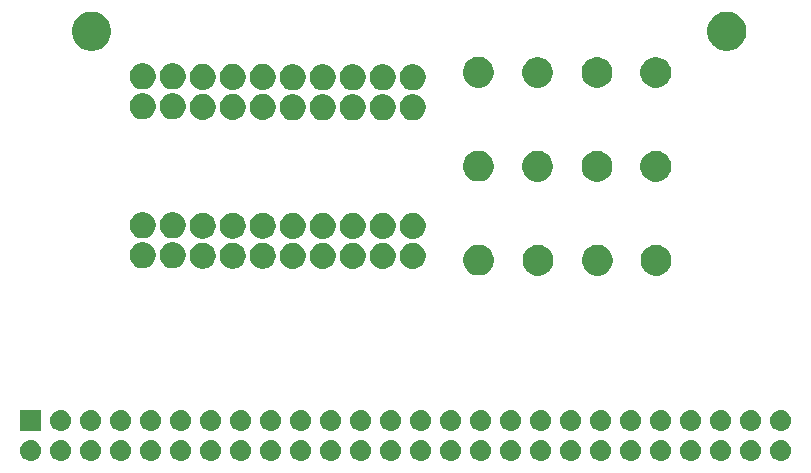
<source format=gbr>
G04 #@! TF.GenerationSoftware,KiCad,Pcbnew,5.1.2-f72e74a~84~ubuntu19.04.1*
G04 #@! TF.CreationDate,2019-05-07T16:21:10-05:00*
G04 #@! TF.ProjectId,Adapter-TE-52,41646170-7465-4722-9d54-452d35322e6b,rev?*
G04 #@! TF.SameCoordinates,Original*
G04 #@! TF.FileFunction,Soldermask,Bot*
G04 #@! TF.FilePolarity,Negative*
%FSLAX46Y46*%
G04 Gerber Fmt 4.6, Leading zero omitted, Abs format (unit mm)*
G04 Created by KiCad (PCBNEW 5.1.2-f72e74a~84~ubuntu19.04.1) date 2019-05-07 16:21:10*
%MOMM*%
%LPD*%
G04 APERTURE LIST*
%ADD10C,0.100000*%
G04 APERTURE END LIST*
D10*
G36*
X164892943Y-117177419D02*
G01*
X164959127Y-117183937D01*
X165128966Y-117235457D01*
X165285491Y-117319122D01*
X165321229Y-117348452D01*
X165422686Y-117431714D01*
X165505948Y-117533171D01*
X165535278Y-117568909D01*
X165618943Y-117725434D01*
X165670463Y-117895273D01*
X165687859Y-118071900D01*
X165670463Y-118248527D01*
X165618943Y-118418366D01*
X165535278Y-118574891D01*
X165505948Y-118610629D01*
X165422686Y-118712086D01*
X165321229Y-118795348D01*
X165285491Y-118824678D01*
X165128966Y-118908343D01*
X164959127Y-118959863D01*
X164892942Y-118966382D01*
X164826760Y-118972900D01*
X164738240Y-118972900D01*
X164672058Y-118966382D01*
X164605873Y-118959863D01*
X164436034Y-118908343D01*
X164279509Y-118824678D01*
X164243771Y-118795348D01*
X164142314Y-118712086D01*
X164059052Y-118610629D01*
X164029722Y-118574891D01*
X163946057Y-118418366D01*
X163894537Y-118248527D01*
X163877141Y-118071900D01*
X163894537Y-117895273D01*
X163946057Y-117725434D01*
X164029722Y-117568909D01*
X164059052Y-117533171D01*
X164142314Y-117431714D01*
X164243771Y-117348452D01*
X164279509Y-117319122D01*
X164436034Y-117235457D01*
X164605873Y-117183937D01*
X164672057Y-117177419D01*
X164738240Y-117170900D01*
X164826760Y-117170900D01*
X164892943Y-117177419D01*
X164892943Y-117177419D01*
G37*
G36*
X131872943Y-117177419D02*
G01*
X131939127Y-117183937D01*
X132108966Y-117235457D01*
X132265491Y-117319122D01*
X132301229Y-117348452D01*
X132402686Y-117431714D01*
X132485948Y-117533171D01*
X132515278Y-117568909D01*
X132598943Y-117725434D01*
X132650463Y-117895273D01*
X132667859Y-118071900D01*
X132650463Y-118248527D01*
X132598943Y-118418366D01*
X132515278Y-118574891D01*
X132485948Y-118610629D01*
X132402686Y-118712086D01*
X132301229Y-118795348D01*
X132265491Y-118824678D01*
X132108966Y-118908343D01*
X131939127Y-118959863D01*
X131872942Y-118966382D01*
X131806760Y-118972900D01*
X131718240Y-118972900D01*
X131652058Y-118966382D01*
X131585873Y-118959863D01*
X131416034Y-118908343D01*
X131259509Y-118824678D01*
X131223771Y-118795348D01*
X131122314Y-118712086D01*
X131039052Y-118610629D01*
X131009722Y-118574891D01*
X130926057Y-118418366D01*
X130874537Y-118248527D01*
X130857141Y-118071900D01*
X130874537Y-117895273D01*
X130926057Y-117725434D01*
X131009722Y-117568909D01*
X131039052Y-117533171D01*
X131122314Y-117431714D01*
X131223771Y-117348452D01*
X131259509Y-117319122D01*
X131416034Y-117235457D01*
X131585873Y-117183937D01*
X131652057Y-117177419D01*
X131718240Y-117170900D01*
X131806760Y-117170900D01*
X131872943Y-117177419D01*
X131872943Y-117177419D01*
G37*
G36*
X167432943Y-117177419D02*
G01*
X167499127Y-117183937D01*
X167668966Y-117235457D01*
X167825491Y-117319122D01*
X167861229Y-117348452D01*
X167962686Y-117431714D01*
X168045948Y-117533171D01*
X168075278Y-117568909D01*
X168158943Y-117725434D01*
X168210463Y-117895273D01*
X168227859Y-118071900D01*
X168210463Y-118248527D01*
X168158943Y-118418366D01*
X168075278Y-118574891D01*
X168045948Y-118610629D01*
X167962686Y-118712086D01*
X167861229Y-118795348D01*
X167825491Y-118824678D01*
X167668966Y-118908343D01*
X167499127Y-118959863D01*
X167432942Y-118966382D01*
X167366760Y-118972900D01*
X167278240Y-118972900D01*
X167212058Y-118966382D01*
X167145873Y-118959863D01*
X166976034Y-118908343D01*
X166819509Y-118824678D01*
X166783771Y-118795348D01*
X166682314Y-118712086D01*
X166599052Y-118610629D01*
X166569722Y-118574891D01*
X166486057Y-118418366D01*
X166434537Y-118248527D01*
X166417141Y-118071900D01*
X166434537Y-117895273D01*
X166486057Y-117725434D01*
X166569722Y-117568909D01*
X166599052Y-117533171D01*
X166682314Y-117431714D01*
X166783771Y-117348452D01*
X166819509Y-117319122D01*
X166976034Y-117235457D01*
X167145873Y-117183937D01*
X167212057Y-117177419D01*
X167278240Y-117170900D01*
X167366760Y-117170900D01*
X167432943Y-117177419D01*
X167432943Y-117177419D01*
G37*
G36*
X103932943Y-117177419D02*
G01*
X103999127Y-117183937D01*
X104168966Y-117235457D01*
X104325491Y-117319122D01*
X104361229Y-117348452D01*
X104462686Y-117431714D01*
X104545948Y-117533171D01*
X104575278Y-117568909D01*
X104658943Y-117725434D01*
X104710463Y-117895273D01*
X104727859Y-118071900D01*
X104710463Y-118248527D01*
X104658943Y-118418366D01*
X104575278Y-118574891D01*
X104545948Y-118610629D01*
X104462686Y-118712086D01*
X104361229Y-118795348D01*
X104325491Y-118824678D01*
X104168966Y-118908343D01*
X103999127Y-118959863D01*
X103932942Y-118966382D01*
X103866760Y-118972900D01*
X103778240Y-118972900D01*
X103712058Y-118966382D01*
X103645873Y-118959863D01*
X103476034Y-118908343D01*
X103319509Y-118824678D01*
X103283771Y-118795348D01*
X103182314Y-118712086D01*
X103099052Y-118610629D01*
X103069722Y-118574891D01*
X102986057Y-118418366D01*
X102934537Y-118248527D01*
X102917141Y-118071900D01*
X102934537Y-117895273D01*
X102986057Y-117725434D01*
X103069722Y-117568909D01*
X103099052Y-117533171D01*
X103182314Y-117431714D01*
X103283771Y-117348452D01*
X103319509Y-117319122D01*
X103476034Y-117235457D01*
X103645873Y-117183937D01*
X103712057Y-117177419D01*
X103778240Y-117170900D01*
X103866760Y-117170900D01*
X103932943Y-117177419D01*
X103932943Y-117177419D01*
G37*
G36*
X106472943Y-117177419D02*
G01*
X106539127Y-117183937D01*
X106708966Y-117235457D01*
X106865491Y-117319122D01*
X106901229Y-117348452D01*
X107002686Y-117431714D01*
X107085948Y-117533171D01*
X107115278Y-117568909D01*
X107198943Y-117725434D01*
X107250463Y-117895273D01*
X107267859Y-118071900D01*
X107250463Y-118248527D01*
X107198943Y-118418366D01*
X107115278Y-118574891D01*
X107085948Y-118610629D01*
X107002686Y-118712086D01*
X106901229Y-118795348D01*
X106865491Y-118824678D01*
X106708966Y-118908343D01*
X106539127Y-118959863D01*
X106472942Y-118966382D01*
X106406760Y-118972900D01*
X106318240Y-118972900D01*
X106252058Y-118966382D01*
X106185873Y-118959863D01*
X106016034Y-118908343D01*
X105859509Y-118824678D01*
X105823771Y-118795348D01*
X105722314Y-118712086D01*
X105639052Y-118610629D01*
X105609722Y-118574891D01*
X105526057Y-118418366D01*
X105474537Y-118248527D01*
X105457141Y-118071900D01*
X105474537Y-117895273D01*
X105526057Y-117725434D01*
X105609722Y-117568909D01*
X105639052Y-117533171D01*
X105722314Y-117431714D01*
X105823771Y-117348452D01*
X105859509Y-117319122D01*
X106016034Y-117235457D01*
X106185873Y-117183937D01*
X106252057Y-117177419D01*
X106318240Y-117170900D01*
X106406760Y-117170900D01*
X106472943Y-117177419D01*
X106472943Y-117177419D01*
G37*
G36*
X109012943Y-117177419D02*
G01*
X109079127Y-117183937D01*
X109248966Y-117235457D01*
X109405491Y-117319122D01*
X109441229Y-117348452D01*
X109542686Y-117431714D01*
X109625948Y-117533171D01*
X109655278Y-117568909D01*
X109738943Y-117725434D01*
X109790463Y-117895273D01*
X109807859Y-118071900D01*
X109790463Y-118248527D01*
X109738943Y-118418366D01*
X109655278Y-118574891D01*
X109625948Y-118610629D01*
X109542686Y-118712086D01*
X109441229Y-118795348D01*
X109405491Y-118824678D01*
X109248966Y-118908343D01*
X109079127Y-118959863D01*
X109012942Y-118966382D01*
X108946760Y-118972900D01*
X108858240Y-118972900D01*
X108792058Y-118966382D01*
X108725873Y-118959863D01*
X108556034Y-118908343D01*
X108399509Y-118824678D01*
X108363771Y-118795348D01*
X108262314Y-118712086D01*
X108179052Y-118610629D01*
X108149722Y-118574891D01*
X108066057Y-118418366D01*
X108014537Y-118248527D01*
X107997141Y-118071900D01*
X108014537Y-117895273D01*
X108066057Y-117725434D01*
X108149722Y-117568909D01*
X108179052Y-117533171D01*
X108262314Y-117431714D01*
X108363771Y-117348452D01*
X108399509Y-117319122D01*
X108556034Y-117235457D01*
X108725873Y-117183937D01*
X108792057Y-117177419D01*
X108858240Y-117170900D01*
X108946760Y-117170900D01*
X109012943Y-117177419D01*
X109012943Y-117177419D01*
G37*
G36*
X111552943Y-117177419D02*
G01*
X111619127Y-117183937D01*
X111788966Y-117235457D01*
X111945491Y-117319122D01*
X111981229Y-117348452D01*
X112082686Y-117431714D01*
X112165948Y-117533171D01*
X112195278Y-117568909D01*
X112278943Y-117725434D01*
X112330463Y-117895273D01*
X112347859Y-118071900D01*
X112330463Y-118248527D01*
X112278943Y-118418366D01*
X112195278Y-118574891D01*
X112165948Y-118610629D01*
X112082686Y-118712086D01*
X111981229Y-118795348D01*
X111945491Y-118824678D01*
X111788966Y-118908343D01*
X111619127Y-118959863D01*
X111552942Y-118966382D01*
X111486760Y-118972900D01*
X111398240Y-118972900D01*
X111332058Y-118966382D01*
X111265873Y-118959863D01*
X111096034Y-118908343D01*
X110939509Y-118824678D01*
X110903771Y-118795348D01*
X110802314Y-118712086D01*
X110719052Y-118610629D01*
X110689722Y-118574891D01*
X110606057Y-118418366D01*
X110554537Y-118248527D01*
X110537141Y-118071900D01*
X110554537Y-117895273D01*
X110606057Y-117725434D01*
X110689722Y-117568909D01*
X110719052Y-117533171D01*
X110802314Y-117431714D01*
X110903771Y-117348452D01*
X110939509Y-117319122D01*
X111096034Y-117235457D01*
X111265873Y-117183937D01*
X111332057Y-117177419D01*
X111398240Y-117170900D01*
X111486760Y-117170900D01*
X111552943Y-117177419D01*
X111552943Y-117177419D01*
G37*
G36*
X114092943Y-117177419D02*
G01*
X114159127Y-117183937D01*
X114328966Y-117235457D01*
X114485491Y-117319122D01*
X114521229Y-117348452D01*
X114622686Y-117431714D01*
X114705948Y-117533171D01*
X114735278Y-117568909D01*
X114818943Y-117725434D01*
X114870463Y-117895273D01*
X114887859Y-118071900D01*
X114870463Y-118248527D01*
X114818943Y-118418366D01*
X114735278Y-118574891D01*
X114705948Y-118610629D01*
X114622686Y-118712086D01*
X114521229Y-118795348D01*
X114485491Y-118824678D01*
X114328966Y-118908343D01*
X114159127Y-118959863D01*
X114092942Y-118966382D01*
X114026760Y-118972900D01*
X113938240Y-118972900D01*
X113872058Y-118966382D01*
X113805873Y-118959863D01*
X113636034Y-118908343D01*
X113479509Y-118824678D01*
X113443771Y-118795348D01*
X113342314Y-118712086D01*
X113259052Y-118610629D01*
X113229722Y-118574891D01*
X113146057Y-118418366D01*
X113094537Y-118248527D01*
X113077141Y-118071900D01*
X113094537Y-117895273D01*
X113146057Y-117725434D01*
X113229722Y-117568909D01*
X113259052Y-117533171D01*
X113342314Y-117431714D01*
X113443771Y-117348452D01*
X113479509Y-117319122D01*
X113636034Y-117235457D01*
X113805873Y-117183937D01*
X113872057Y-117177419D01*
X113938240Y-117170900D01*
X114026760Y-117170900D01*
X114092943Y-117177419D01*
X114092943Y-117177419D01*
G37*
G36*
X116632943Y-117177419D02*
G01*
X116699127Y-117183937D01*
X116868966Y-117235457D01*
X117025491Y-117319122D01*
X117061229Y-117348452D01*
X117162686Y-117431714D01*
X117245948Y-117533171D01*
X117275278Y-117568909D01*
X117358943Y-117725434D01*
X117410463Y-117895273D01*
X117427859Y-118071900D01*
X117410463Y-118248527D01*
X117358943Y-118418366D01*
X117275278Y-118574891D01*
X117245948Y-118610629D01*
X117162686Y-118712086D01*
X117061229Y-118795348D01*
X117025491Y-118824678D01*
X116868966Y-118908343D01*
X116699127Y-118959863D01*
X116632942Y-118966382D01*
X116566760Y-118972900D01*
X116478240Y-118972900D01*
X116412058Y-118966382D01*
X116345873Y-118959863D01*
X116176034Y-118908343D01*
X116019509Y-118824678D01*
X115983771Y-118795348D01*
X115882314Y-118712086D01*
X115799052Y-118610629D01*
X115769722Y-118574891D01*
X115686057Y-118418366D01*
X115634537Y-118248527D01*
X115617141Y-118071900D01*
X115634537Y-117895273D01*
X115686057Y-117725434D01*
X115769722Y-117568909D01*
X115799052Y-117533171D01*
X115882314Y-117431714D01*
X115983771Y-117348452D01*
X116019509Y-117319122D01*
X116176034Y-117235457D01*
X116345873Y-117183937D01*
X116412057Y-117177419D01*
X116478240Y-117170900D01*
X116566760Y-117170900D01*
X116632943Y-117177419D01*
X116632943Y-117177419D01*
G37*
G36*
X119172943Y-117177419D02*
G01*
X119239127Y-117183937D01*
X119408966Y-117235457D01*
X119565491Y-117319122D01*
X119601229Y-117348452D01*
X119702686Y-117431714D01*
X119785948Y-117533171D01*
X119815278Y-117568909D01*
X119898943Y-117725434D01*
X119950463Y-117895273D01*
X119967859Y-118071900D01*
X119950463Y-118248527D01*
X119898943Y-118418366D01*
X119815278Y-118574891D01*
X119785948Y-118610629D01*
X119702686Y-118712086D01*
X119601229Y-118795348D01*
X119565491Y-118824678D01*
X119408966Y-118908343D01*
X119239127Y-118959863D01*
X119172942Y-118966382D01*
X119106760Y-118972900D01*
X119018240Y-118972900D01*
X118952058Y-118966382D01*
X118885873Y-118959863D01*
X118716034Y-118908343D01*
X118559509Y-118824678D01*
X118523771Y-118795348D01*
X118422314Y-118712086D01*
X118339052Y-118610629D01*
X118309722Y-118574891D01*
X118226057Y-118418366D01*
X118174537Y-118248527D01*
X118157141Y-118071900D01*
X118174537Y-117895273D01*
X118226057Y-117725434D01*
X118309722Y-117568909D01*
X118339052Y-117533171D01*
X118422314Y-117431714D01*
X118523771Y-117348452D01*
X118559509Y-117319122D01*
X118716034Y-117235457D01*
X118885873Y-117183937D01*
X118952057Y-117177419D01*
X119018240Y-117170900D01*
X119106760Y-117170900D01*
X119172943Y-117177419D01*
X119172943Y-117177419D01*
G37*
G36*
X121712943Y-117177419D02*
G01*
X121779127Y-117183937D01*
X121948966Y-117235457D01*
X122105491Y-117319122D01*
X122141229Y-117348452D01*
X122242686Y-117431714D01*
X122325948Y-117533171D01*
X122355278Y-117568909D01*
X122438943Y-117725434D01*
X122490463Y-117895273D01*
X122507859Y-118071900D01*
X122490463Y-118248527D01*
X122438943Y-118418366D01*
X122355278Y-118574891D01*
X122325948Y-118610629D01*
X122242686Y-118712086D01*
X122141229Y-118795348D01*
X122105491Y-118824678D01*
X121948966Y-118908343D01*
X121779127Y-118959863D01*
X121712942Y-118966382D01*
X121646760Y-118972900D01*
X121558240Y-118972900D01*
X121492058Y-118966382D01*
X121425873Y-118959863D01*
X121256034Y-118908343D01*
X121099509Y-118824678D01*
X121063771Y-118795348D01*
X120962314Y-118712086D01*
X120879052Y-118610629D01*
X120849722Y-118574891D01*
X120766057Y-118418366D01*
X120714537Y-118248527D01*
X120697141Y-118071900D01*
X120714537Y-117895273D01*
X120766057Y-117725434D01*
X120849722Y-117568909D01*
X120879052Y-117533171D01*
X120962314Y-117431714D01*
X121063771Y-117348452D01*
X121099509Y-117319122D01*
X121256034Y-117235457D01*
X121425873Y-117183937D01*
X121492057Y-117177419D01*
X121558240Y-117170900D01*
X121646760Y-117170900D01*
X121712943Y-117177419D01*
X121712943Y-117177419D01*
G37*
G36*
X124252943Y-117177419D02*
G01*
X124319127Y-117183937D01*
X124488966Y-117235457D01*
X124645491Y-117319122D01*
X124681229Y-117348452D01*
X124782686Y-117431714D01*
X124865948Y-117533171D01*
X124895278Y-117568909D01*
X124978943Y-117725434D01*
X125030463Y-117895273D01*
X125047859Y-118071900D01*
X125030463Y-118248527D01*
X124978943Y-118418366D01*
X124895278Y-118574891D01*
X124865948Y-118610629D01*
X124782686Y-118712086D01*
X124681229Y-118795348D01*
X124645491Y-118824678D01*
X124488966Y-118908343D01*
X124319127Y-118959863D01*
X124252942Y-118966382D01*
X124186760Y-118972900D01*
X124098240Y-118972900D01*
X124032058Y-118966382D01*
X123965873Y-118959863D01*
X123796034Y-118908343D01*
X123639509Y-118824678D01*
X123603771Y-118795348D01*
X123502314Y-118712086D01*
X123419052Y-118610629D01*
X123389722Y-118574891D01*
X123306057Y-118418366D01*
X123254537Y-118248527D01*
X123237141Y-118071900D01*
X123254537Y-117895273D01*
X123306057Y-117725434D01*
X123389722Y-117568909D01*
X123419052Y-117533171D01*
X123502314Y-117431714D01*
X123603771Y-117348452D01*
X123639509Y-117319122D01*
X123796034Y-117235457D01*
X123965873Y-117183937D01*
X124032057Y-117177419D01*
X124098240Y-117170900D01*
X124186760Y-117170900D01*
X124252943Y-117177419D01*
X124252943Y-117177419D01*
G37*
G36*
X126792943Y-117177419D02*
G01*
X126859127Y-117183937D01*
X127028966Y-117235457D01*
X127185491Y-117319122D01*
X127221229Y-117348452D01*
X127322686Y-117431714D01*
X127405948Y-117533171D01*
X127435278Y-117568909D01*
X127518943Y-117725434D01*
X127570463Y-117895273D01*
X127587859Y-118071900D01*
X127570463Y-118248527D01*
X127518943Y-118418366D01*
X127435278Y-118574891D01*
X127405948Y-118610629D01*
X127322686Y-118712086D01*
X127221229Y-118795348D01*
X127185491Y-118824678D01*
X127028966Y-118908343D01*
X126859127Y-118959863D01*
X126792942Y-118966382D01*
X126726760Y-118972900D01*
X126638240Y-118972900D01*
X126572058Y-118966382D01*
X126505873Y-118959863D01*
X126336034Y-118908343D01*
X126179509Y-118824678D01*
X126143771Y-118795348D01*
X126042314Y-118712086D01*
X125959052Y-118610629D01*
X125929722Y-118574891D01*
X125846057Y-118418366D01*
X125794537Y-118248527D01*
X125777141Y-118071900D01*
X125794537Y-117895273D01*
X125846057Y-117725434D01*
X125929722Y-117568909D01*
X125959052Y-117533171D01*
X126042314Y-117431714D01*
X126143771Y-117348452D01*
X126179509Y-117319122D01*
X126336034Y-117235457D01*
X126505873Y-117183937D01*
X126572057Y-117177419D01*
X126638240Y-117170900D01*
X126726760Y-117170900D01*
X126792943Y-117177419D01*
X126792943Y-117177419D01*
G37*
G36*
X129332943Y-117177419D02*
G01*
X129399127Y-117183937D01*
X129568966Y-117235457D01*
X129725491Y-117319122D01*
X129761229Y-117348452D01*
X129862686Y-117431714D01*
X129945948Y-117533171D01*
X129975278Y-117568909D01*
X130058943Y-117725434D01*
X130110463Y-117895273D01*
X130127859Y-118071900D01*
X130110463Y-118248527D01*
X130058943Y-118418366D01*
X129975278Y-118574891D01*
X129945948Y-118610629D01*
X129862686Y-118712086D01*
X129761229Y-118795348D01*
X129725491Y-118824678D01*
X129568966Y-118908343D01*
X129399127Y-118959863D01*
X129332942Y-118966382D01*
X129266760Y-118972900D01*
X129178240Y-118972900D01*
X129112058Y-118966382D01*
X129045873Y-118959863D01*
X128876034Y-118908343D01*
X128719509Y-118824678D01*
X128683771Y-118795348D01*
X128582314Y-118712086D01*
X128499052Y-118610629D01*
X128469722Y-118574891D01*
X128386057Y-118418366D01*
X128334537Y-118248527D01*
X128317141Y-118071900D01*
X128334537Y-117895273D01*
X128386057Y-117725434D01*
X128469722Y-117568909D01*
X128499052Y-117533171D01*
X128582314Y-117431714D01*
X128683771Y-117348452D01*
X128719509Y-117319122D01*
X128876034Y-117235457D01*
X129045873Y-117183937D01*
X129112057Y-117177419D01*
X129178240Y-117170900D01*
X129266760Y-117170900D01*
X129332943Y-117177419D01*
X129332943Y-117177419D01*
G37*
G36*
X136952943Y-117177419D02*
G01*
X137019127Y-117183937D01*
X137188966Y-117235457D01*
X137345491Y-117319122D01*
X137381229Y-117348452D01*
X137482686Y-117431714D01*
X137565948Y-117533171D01*
X137595278Y-117568909D01*
X137678943Y-117725434D01*
X137730463Y-117895273D01*
X137747859Y-118071900D01*
X137730463Y-118248527D01*
X137678943Y-118418366D01*
X137595278Y-118574891D01*
X137565948Y-118610629D01*
X137482686Y-118712086D01*
X137381229Y-118795348D01*
X137345491Y-118824678D01*
X137188966Y-118908343D01*
X137019127Y-118959863D01*
X136952942Y-118966382D01*
X136886760Y-118972900D01*
X136798240Y-118972900D01*
X136732058Y-118966382D01*
X136665873Y-118959863D01*
X136496034Y-118908343D01*
X136339509Y-118824678D01*
X136303771Y-118795348D01*
X136202314Y-118712086D01*
X136119052Y-118610629D01*
X136089722Y-118574891D01*
X136006057Y-118418366D01*
X135954537Y-118248527D01*
X135937141Y-118071900D01*
X135954537Y-117895273D01*
X136006057Y-117725434D01*
X136089722Y-117568909D01*
X136119052Y-117533171D01*
X136202314Y-117431714D01*
X136303771Y-117348452D01*
X136339509Y-117319122D01*
X136496034Y-117235457D01*
X136665873Y-117183937D01*
X136732057Y-117177419D01*
X136798240Y-117170900D01*
X136886760Y-117170900D01*
X136952943Y-117177419D01*
X136952943Y-117177419D01*
G37*
G36*
X134412943Y-117177419D02*
G01*
X134479127Y-117183937D01*
X134648966Y-117235457D01*
X134805491Y-117319122D01*
X134841229Y-117348452D01*
X134942686Y-117431714D01*
X135025948Y-117533171D01*
X135055278Y-117568909D01*
X135138943Y-117725434D01*
X135190463Y-117895273D01*
X135207859Y-118071900D01*
X135190463Y-118248527D01*
X135138943Y-118418366D01*
X135055278Y-118574891D01*
X135025948Y-118610629D01*
X134942686Y-118712086D01*
X134841229Y-118795348D01*
X134805491Y-118824678D01*
X134648966Y-118908343D01*
X134479127Y-118959863D01*
X134412942Y-118966382D01*
X134346760Y-118972900D01*
X134258240Y-118972900D01*
X134192058Y-118966382D01*
X134125873Y-118959863D01*
X133956034Y-118908343D01*
X133799509Y-118824678D01*
X133763771Y-118795348D01*
X133662314Y-118712086D01*
X133579052Y-118610629D01*
X133549722Y-118574891D01*
X133466057Y-118418366D01*
X133414537Y-118248527D01*
X133397141Y-118071900D01*
X133414537Y-117895273D01*
X133466057Y-117725434D01*
X133549722Y-117568909D01*
X133579052Y-117533171D01*
X133662314Y-117431714D01*
X133763771Y-117348452D01*
X133799509Y-117319122D01*
X133956034Y-117235457D01*
X134125873Y-117183937D01*
X134192057Y-117177419D01*
X134258240Y-117170900D01*
X134346760Y-117170900D01*
X134412943Y-117177419D01*
X134412943Y-117177419D01*
G37*
G36*
X162352943Y-117177419D02*
G01*
X162419127Y-117183937D01*
X162588966Y-117235457D01*
X162745491Y-117319122D01*
X162781229Y-117348452D01*
X162882686Y-117431714D01*
X162965948Y-117533171D01*
X162995278Y-117568909D01*
X163078943Y-117725434D01*
X163130463Y-117895273D01*
X163147859Y-118071900D01*
X163130463Y-118248527D01*
X163078943Y-118418366D01*
X162995278Y-118574891D01*
X162965948Y-118610629D01*
X162882686Y-118712086D01*
X162781229Y-118795348D01*
X162745491Y-118824678D01*
X162588966Y-118908343D01*
X162419127Y-118959863D01*
X162352942Y-118966382D01*
X162286760Y-118972900D01*
X162198240Y-118972900D01*
X162132058Y-118966382D01*
X162065873Y-118959863D01*
X161896034Y-118908343D01*
X161739509Y-118824678D01*
X161703771Y-118795348D01*
X161602314Y-118712086D01*
X161519052Y-118610629D01*
X161489722Y-118574891D01*
X161406057Y-118418366D01*
X161354537Y-118248527D01*
X161337141Y-118071900D01*
X161354537Y-117895273D01*
X161406057Y-117725434D01*
X161489722Y-117568909D01*
X161519052Y-117533171D01*
X161602314Y-117431714D01*
X161703771Y-117348452D01*
X161739509Y-117319122D01*
X161896034Y-117235457D01*
X162065873Y-117183937D01*
X162132057Y-117177419D01*
X162198240Y-117170900D01*
X162286760Y-117170900D01*
X162352943Y-117177419D01*
X162352943Y-117177419D01*
G37*
G36*
X159812943Y-117177419D02*
G01*
X159879127Y-117183937D01*
X160048966Y-117235457D01*
X160205491Y-117319122D01*
X160241229Y-117348452D01*
X160342686Y-117431714D01*
X160425948Y-117533171D01*
X160455278Y-117568909D01*
X160538943Y-117725434D01*
X160590463Y-117895273D01*
X160607859Y-118071900D01*
X160590463Y-118248527D01*
X160538943Y-118418366D01*
X160455278Y-118574891D01*
X160425948Y-118610629D01*
X160342686Y-118712086D01*
X160241229Y-118795348D01*
X160205491Y-118824678D01*
X160048966Y-118908343D01*
X159879127Y-118959863D01*
X159812942Y-118966382D01*
X159746760Y-118972900D01*
X159658240Y-118972900D01*
X159592058Y-118966382D01*
X159525873Y-118959863D01*
X159356034Y-118908343D01*
X159199509Y-118824678D01*
X159163771Y-118795348D01*
X159062314Y-118712086D01*
X158979052Y-118610629D01*
X158949722Y-118574891D01*
X158866057Y-118418366D01*
X158814537Y-118248527D01*
X158797141Y-118071900D01*
X158814537Y-117895273D01*
X158866057Y-117725434D01*
X158949722Y-117568909D01*
X158979052Y-117533171D01*
X159062314Y-117431714D01*
X159163771Y-117348452D01*
X159199509Y-117319122D01*
X159356034Y-117235457D01*
X159525873Y-117183937D01*
X159592057Y-117177419D01*
X159658240Y-117170900D01*
X159746760Y-117170900D01*
X159812943Y-117177419D01*
X159812943Y-117177419D01*
G37*
G36*
X157272943Y-117177419D02*
G01*
X157339127Y-117183937D01*
X157508966Y-117235457D01*
X157665491Y-117319122D01*
X157701229Y-117348452D01*
X157802686Y-117431714D01*
X157885948Y-117533171D01*
X157915278Y-117568909D01*
X157998943Y-117725434D01*
X158050463Y-117895273D01*
X158067859Y-118071900D01*
X158050463Y-118248527D01*
X157998943Y-118418366D01*
X157915278Y-118574891D01*
X157885948Y-118610629D01*
X157802686Y-118712086D01*
X157701229Y-118795348D01*
X157665491Y-118824678D01*
X157508966Y-118908343D01*
X157339127Y-118959863D01*
X157272942Y-118966382D01*
X157206760Y-118972900D01*
X157118240Y-118972900D01*
X157052058Y-118966382D01*
X156985873Y-118959863D01*
X156816034Y-118908343D01*
X156659509Y-118824678D01*
X156623771Y-118795348D01*
X156522314Y-118712086D01*
X156439052Y-118610629D01*
X156409722Y-118574891D01*
X156326057Y-118418366D01*
X156274537Y-118248527D01*
X156257141Y-118071900D01*
X156274537Y-117895273D01*
X156326057Y-117725434D01*
X156409722Y-117568909D01*
X156439052Y-117533171D01*
X156522314Y-117431714D01*
X156623771Y-117348452D01*
X156659509Y-117319122D01*
X156816034Y-117235457D01*
X156985873Y-117183937D01*
X157052057Y-117177419D01*
X157118240Y-117170900D01*
X157206760Y-117170900D01*
X157272943Y-117177419D01*
X157272943Y-117177419D01*
G37*
G36*
X154732943Y-117177419D02*
G01*
X154799127Y-117183937D01*
X154968966Y-117235457D01*
X155125491Y-117319122D01*
X155161229Y-117348452D01*
X155262686Y-117431714D01*
X155345948Y-117533171D01*
X155375278Y-117568909D01*
X155458943Y-117725434D01*
X155510463Y-117895273D01*
X155527859Y-118071900D01*
X155510463Y-118248527D01*
X155458943Y-118418366D01*
X155375278Y-118574891D01*
X155345948Y-118610629D01*
X155262686Y-118712086D01*
X155161229Y-118795348D01*
X155125491Y-118824678D01*
X154968966Y-118908343D01*
X154799127Y-118959863D01*
X154732942Y-118966382D01*
X154666760Y-118972900D01*
X154578240Y-118972900D01*
X154512058Y-118966382D01*
X154445873Y-118959863D01*
X154276034Y-118908343D01*
X154119509Y-118824678D01*
X154083771Y-118795348D01*
X153982314Y-118712086D01*
X153899052Y-118610629D01*
X153869722Y-118574891D01*
X153786057Y-118418366D01*
X153734537Y-118248527D01*
X153717141Y-118071900D01*
X153734537Y-117895273D01*
X153786057Y-117725434D01*
X153869722Y-117568909D01*
X153899052Y-117533171D01*
X153982314Y-117431714D01*
X154083771Y-117348452D01*
X154119509Y-117319122D01*
X154276034Y-117235457D01*
X154445873Y-117183937D01*
X154512057Y-117177419D01*
X154578240Y-117170900D01*
X154666760Y-117170900D01*
X154732943Y-117177419D01*
X154732943Y-117177419D01*
G37*
G36*
X152192943Y-117177419D02*
G01*
X152259127Y-117183937D01*
X152428966Y-117235457D01*
X152585491Y-117319122D01*
X152621229Y-117348452D01*
X152722686Y-117431714D01*
X152805948Y-117533171D01*
X152835278Y-117568909D01*
X152918943Y-117725434D01*
X152970463Y-117895273D01*
X152987859Y-118071900D01*
X152970463Y-118248527D01*
X152918943Y-118418366D01*
X152835278Y-118574891D01*
X152805948Y-118610629D01*
X152722686Y-118712086D01*
X152621229Y-118795348D01*
X152585491Y-118824678D01*
X152428966Y-118908343D01*
X152259127Y-118959863D01*
X152192942Y-118966382D01*
X152126760Y-118972900D01*
X152038240Y-118972900D01*
X151972058Y-118966382D01*
X151905873Y-118959863D01*
X151736034Y-118908343D01*
X151579509Y-118824678D01*
X151543771Y-118795348D01*
X151442314Y-118712086D01*
X151359052Y-118610629D01*
X151329722Y-118574891D01*
X151246057Y-118418366D01*
X151194537Y-118248527D01*
X151177141Y-118071900D01*
X151194537Y-117895273D01*
X151246057Y-117725434D01*
X151329722Y-117568909D01*
X151359052Y-117533171D01*
X151442314Y-117431714D01*
X151543771Y-117348452D01*
X151579509Y-117319122D01*
X151736034Y-117235457D01*
X151905873Y-117183937D01*
X151972057Y-117177419D01*
X152038240Y-117170900D01*
X152126760Y-117170900D01*
X152192943Y-117177419D01*
X152192943Y-117177419D01*
G37*
G36*
X149652943Y-117177419D02*
G01*
X149719127Y-117183937D01*
X149888966Y-117235457D01*
X150045491Y-117319122D01*
X150081229Y-117348452D01*
X150182686Y-117431714D01*
X150265948Y-117533171D01*
X150295278Y-117568909D01*
X150378943Y-117725434D01*
X150430463Y-117895273D01*
X150447859Y-118071900D01*
X150430463Y-118248527D01*
X150378943Y-118418366D01*
X150295278Y-118574891D01*
X150265948Y-118610629D01*
X150182686Y-118712086D01*
X150081229Y-118795348D01*
X150045491Y-118824678D01*
X149888966Y-118908343D01*
X149719127Y-118959863D01*
X149652942Y-118966382D01*
X149586760Y-118972900D01*
X149498240Y-118972900D01*
X149432058Y-118966382D01*
X149365873Y-118959863D01*
X149196034Y-118908343D01*
X149039509Y-118824678D01*
X149003771Y-118795348D01*
X148902314Y-118712086D01*
X148819052Y-118610629D01*
X148789722Y-118574891D01*
X148706057Y-118418366D01*
X148654537Y-118248527D01*
X148637141Y-118071900D01*
X148654537Y-117895273D01*
X148706057Y-117725434D01*
X148789722Y-117568909D01*
X148819052Y-117533171D01*
X148902314Y-117431714D01*
X149003771Y-117348452D01*
X149039509Y-117319122D01*
X149196034Y-117235457D01*
X149365873Y-117183937D01*
X149432057Y-117177419D01*
X149498240Y-117170900D01*
X149586760Y-117170900D01*
X149652943Y-117177419D01*
X149652943Y-117177419D01*
G37*
G36*
X147112943Y-117177419D02*
G01*
X147179127Y-117183937D01*
X147348966Y-117235457D01*
X147505491Y-117319122D01*
X147541229Y-117348452D01*
X147642686Y-117431714D01*
X147725948Y-117533171D01*
X147755278Y-117568909D01*
X147838943Y-117725434D01*
X147890463Y-117895273D01*
X147907859Y-118071900D01*
X147890463Y-118248527D01*
X147838943Y-118418366D01*
X147755278Y-118574891D01*
X147725948Y-118610629D01*
X147642686Y-118712086D01*
X147541229Y-118795348D01*
X147505491Y-118824678D01*
X147348966Y-118908343D01*
X147179127Y-118959863D01*
X147112942Y-118966382D01*
X147046760Y-118972900D01*
X146958240Y-118972900D01*
X146892058Y-118966382D01*
X146825873Y-118959863D01*
X146656034Y-118908343D01*
X146499509Y-118824678D01*
X146463771Y-118795348D01*
X146362314Y-118712086D01*
X146279052Y-118610629D01*
X146249722Y-118574891D01*
X146166057Y-118418366D01*
X146114537Y-118248527D01*
X146097141Y-118071900D01*
X146114537Y-117895273D01*
X146166057Y-117725434D01*
X146249722Y-117568909D01*
X146279052Y-117533171D01*
X146362314Y-117431714D01*
X146463771Y-117348452D01*
X146499509Y-117319122D01*
X146656034Y-117235457D01*
X146825873Y-117183937D01*
X146892057Y-117177419D01*
X146958240Y-117170900D01*
X147046760Y-117170900D01*
X147112943Y-117177419D01*
X147112943Y-117177419D01*
G37*
G36*
X144572943Y-117177419D02*
G01*
X144639127Y-117183937D01*
X144808966Y-117235457D01*
X144965491Y-117319122D01*
X145001229Y-117348452D01*
X145102686Y-117431714D01*
X145185948Y-117533171D01*
X145215278Y-117568909D01*
X145298943Y-117725434D01*
X145350463Y-117895273D01*
X145367859Y-118071900D01*
X145350463Y-118248527D01*
X145298943Y-118418366D01*
X145215278Y-118574891D01*
X145185948Y-118610629D01*
X145102686Y-118712086D01*
X145001229Y-118795348D01*
X144965491Y-118824678D01*
X144808966Y-118908343D01*
X144639127Y-118959863D01*
X144572942Y-118966382D01*
X144506760Y-118972900D01*
X144418240Y-118972900D01*
X144352058Y-118966382D01*
X144285873Y-118959863D01*
X144116034Y-118908343D01*
X143959509Y-118824678D01*
X143923771Y-118795348D01*
X143822314Y-118712086D01*
X143739052Y-118610629D01*
X143709722Y-118574891D01*
X143626057Y-118418366D01*
X143574537Y-118248527D01*
X143557141Y-118071900D01*
X143574537Y-117895273D01*
X143626057Y-117725434D01*
X143709722Y-117568909D01*
X143739052Y-117533171D01*
X143822314Y-117431714D01*
X143923771Y-117348452D01*
X143959509Y-117319122D01*
X144116034Y-117235457D01*
X144285873Y-117183937D01*
X144352057Y-117177419D01*
X144418240Y-117170900D01*
X144506760Y-117170900D01*
X144572943Y-117177419D01*
X144572943Y-117177419D01*
G37*
G36*
X142032943Y-117177419D02*
G01*
X142099127Y-117183937D01*
X142268966Y-117235457D01*
X142425491Y-117319122D01*
X142461229Y-117348452D01*
X142562686Y-117431714D01*
X142645948Y-117533171D01*
X142675278Y-117568909D01*
X142758943Y-117725434D01*
X142810463Y-117895273D01*
X142827859Y-118071900D01*
X142810463Y-118248527D01*
X142758943Y-118418366D01*
X142675278Y-118574891D01*
X142645948Y-118610629D01*
X142562686Y-118712086D01*
X142461229Y-118795348D01*
X142425491Y-118824678D01*
X142268966Y-118908343D01*
X142099127Y-118959863D01*
X142032942Y-118966382D01*
X141966760Y-118972900D01*
X141878240Y-118972900D01*
X141812058Y-118966382D01*
X141745873Y-118959863D01*
X141576034Y-118908343D01*
X141419509Y-118824678D01*
X141383771Y-118795348D01*
X141282314Y-118712086D01*
X141199052Y-118610629D01*
X141169722Y-118574891D01*
X141086057Y-118418366D01*
X141034537Y-118248527D01*
X141017141Y-118071900D01*
X141034537Y-117895273D01*
X141086057Y-117725434D01*
X141169722Y-117568909D01*
X141199052Y-117533171D01*
X141282314Y-117431714D01*
X141383771Y-117348452D01*
X141419509Y-117319122D01*
X141576034Y-117235457D01*
X141745873Y-117183937D01*
X141812057Y-117177419D01*
X141878240Y-117170900D01*
X141966760Y-117170900D01*
X142032943Y-117177419D01*
X142032943Y-117177419D01*
G37*
G36*
X139492943Y-117177419D02*
G01*
X139559127Y-117183937D01*
X139728966Y-117235457D01*
X139885491Y-117319122D01*
X139921229Y-117348452D01*
X140022686Y-117431714D01*
X140105948Y-117533171D01*
X140135278Y-117568909D01*
X140218943Y-117725434D01*
X140270463Y-117895273D01*
X140287859Y-118071900D01*
X140270463Y-118248527D01*
X140218943Y-118418366D01*
X140135278Y-118574891D01*
X140105948Y-118610629D01*
X140022686Y-118712086D01*
X139921229Y-118795348D01*
X139885491Y-118824678D01*
X139728966Y-118908343D01*
X139559127Y-118959863D01*
X139492942Y-118966382D01*
X139426760Y-118972900D01*
X139338240Y-118972900D01*
X139272058Y-118966382D01*
X139205873Y-118959863D01*
X139036034Y-118908343D01*
X138879509Y-118824678D01*
X138843771Y-118795348D01*
X138742314Y-118712086D01*
X138659052Y-118610629D01*
X138629722Y-118574891D01*
X138546057Y-118418366D01*
X138494537Y-118248527D01*
X138477141Y-118071900D01*
X138494537Y-117895273D01*
X138546057Y-117725434D01*
X138629722Y-117568909D01*
X138659052Y-117533171D01*
X138742314Y-117431714D01*
X138843771Y-117348452D01*
X138879509Y-117319122D01*
X139036034Y-117235457D01*
X139205873Y-117183937D01*
X139272057Y-117177419D01*
X139338240Y-117170900D01*
X139426760Y-117170900D01*
X139492943Y-117177419D01*
X139492943Y-117177419D01*
G37*
G36*
X164892942Y-114637418D02*
G01*
X164959127Y-114643937D01*
X165128966Y-114695457D01*
X165285491Y-114779122D01*
X165321229Y-114808452D01*
X165422686Y-114891714D01*
X165505948Y-114993171D01*
X165535278Y-115028909D01*
X165618943Y-115185434D01*
X165670463Y-115355273D01*
X165687859Y-115531900D01*
X165670463Y-115708527D01*
X165618943Y-115878366D01*
X165535278Y-116034891D01*
X165505948Y-116070629D01*
X165422686Y-116172086D01*
X165321229Y-116255348D01*
X165285491Y-116284678D01*
X165128966Y-116368343D01*
X164959127Y-116419863D01*
X164892943Y-116426381D01*
X164826760Y-116432900D01*
X164738240Y-116432900D01*
X164672057Y-116426381D01*
X164605873Y-116419863D01*
X164436034Y-116368343D01*
X164279509Y-116284678D01*
X164243771Y-116255348D01*
X164142314Y-116172086D01*
X164059052Y-116070629D01*
X164029722Y-116034891D01*
X163946057Y-115878366D01*
X163894537Y-115708527D01*
X163877141Y-115531900D01*
X163894537Y-115355273D01*
X163946057Y-115185434D01*
X164029722Y-115028909D01*
X164059052Y-114993171D01*
X164142314Y-114891714D01*
X164243771Y-114808452D01*
X164279509Y-114779122D01*
X164436034Y-114695457D01*
X164605873Y-114643937D01*
X164672058Y-114637418D01*
X164738240Y-114630900D01*
X164826760Y-114630900D01*
X164892942Y-114637418D01*
X164892942Y-114637418D01*
G37*
G36*
X154732942Y-114637418D02*
G01*
X154799127Y-114643937D01*
X154968966Y-114695457D01*
X155125491Y-114779122D01*
X155161229Y-114808452D01*
X155262686Y-114891714D01*
X155345948Y-114993171D01*
X155375278Y-115028909D01*
X155458943Y-115185434D01*
X155510463Y-115355273D01*
X155527859Y-115531900D01*
X155510463Y-115708527D01*
X155458943Y-115878366D01*
X155375278Y-116034891D01*
X155345948Y-116070629D01*
X155262686Y-116172086D01*
X155161229Y-116255348D01*
X155125491Y-116284678D01*
X154968966Y-116368343D01*
X154799127Y-116419863D01*
X154732943Y-116426381D01*
X154666760Y-116432900D01*
X154578240Y-116432900D01*
X154512057Y-116426381D01*
X154445873Y-116419863D01*
X154276034Y-116368343D01*
X154119509Y-116284678D01*
X154083771Y-116255348D01*
X153982314Y-116172086D01*
X153899052Y-116070629D01*
X153869722Y-116034891D01*
X153786057Y-115878366D01*
X153734537Y-115708527D01*
X153717141Y-115531900D01*
X153734537Y-115355273D01*
X153786057Y-115185434D01*
X153869722Y-115028909D01*
X153899052Y-114993171D01*
X153982314Y-114891714D01*
X154083771Y-114808452D01*
X154119509Y-114779122D01*
X154276034Y-114695457D01*
X154445873Y-114643937D01*
X154512058Y-114637418D01*
X154578240Y-114630900D01*
X154666760Y-114630900D01*
X154732942Y-114637418D01*
X154732942Y-114637418D01*
G37*
G36*
X129332942Y-114637418D02*
G01*
X129399127Y-114643937D01*
X129568966Y-114695457D01*
X129725491Y-114779122D01*
X129761229Y-114808452D01*
X129862686Y-114891714D01*
X129945948Y-114993171D01*
X129975278Y-115028909D01*
X130058943Y-115185434D01*
X130110463Y-115355273D01*
X130127859Y-115531900D01*
X130110463Y-115708527D01*
X130058943Y-115878366D01*
X129975278Y-116034891D01*
X129945948Y-116070629D01*
X129862686Y-116172086D01*
X129761229Y-116255348D01*
X129725491Y-116284678D01*
X129568966Y-116368343D01*
X129399127Y-116419863D01*
X129332943Y-116426381D01*
X129266760Y-116432900D01*
X129178240Y-116432900D01*
X129112057Y-116426381D01*
X129045873Y-116419863D01*
X128876034Y-116368343D01*
X128719509Y-116284678D01*
X128683771Y-116255348D01*
X128582314Y-116172086D01*
X128499052Y-116070629D01*
X128469722Y-116034891D01*
X128386057Y-115878366D01*
X128334537Y-115708527D01*
X128317141Y-115531900D01*
X128334537Y-115355273D01*
X128386057Y-115185434D01*
X128469722Y-115028909D01*
X128499052Y-114993171D01*
X128582314Y-114891714D01*
X128683771Y-114808452D01*
X128719509Y-114779122D01*
X128876034Y-114695457D01*
X129045873Y-114643937D01*
X129112058Y-114637418D01*
X129178240Y-114630900D01*
X129266760Y-114630900D01*
X129332942Y-114637418D01*
X129332942Y-114637418D01*
G37*
G36*
X131872942Y-114637418D02*
G01*
X131939127Y-114643937D01*
X132108966Y-114695457D01*
X132265491Y-114779122D01*
X132301229Y-114808452D01*
X132402686Y-114891714D01*
X132485948Y-114993171D01*
X132515278Y-115028909D01*
X132598943Y-115185434D01*
X132650463Y-115355273D01*
X132667859Y-115531900D01*
X132650463Y-115708527D01*
X132598943Y-115878366D01*
X132515278Y-116034891D01*
X132485948Y-116070629D01*
X132402686Y-116172086D01*
X132301229Y-116255348D01*
X132265491Y-116284678D01*
X132108966Y-116368343D01*
X131939127Y-116419863D01*
X131872943Y-116426381D01*
X131806760Y-116432900D01*
X131718240Y-116432900D01*
X131652057Y-116426381D01*
X131585873Y-116419863D01*
X131416034Y-116368343D01*
X131259509Y-116284678D01*
X131223771Y-116255348D01*
X131122314Y-116172086D01*
X131039052Y-116070629D01*
X131009722Y-116034891D01*
X130926057Y-115878366D01*
X130874537Y-115708527D01*
X130857141Y-115531900D01*
X130874537Y-115355273D01*
X130926057Y-115185434D01*
X131009722Y-115028909D01*
X131039052Y-114993171D01*
X131122314Y-114891714D01*
X131223771Y-114808452D01*
X131259509Y-114779122D01*
X131416034Y-114695457D01*
X131585873Y-114643937D01*
X131652058Y-114637418D01*
X131718240Y-114630900D01*
X131806760Y-114630900D01*
X131872942Y-114637418D01*
X131872942Y-114637418D01*
G37*
G36*
X126792942Y-114637418D02*
G01*
X126859127Y-114643937D01*
X127028966Y-114695457D01*
X127185491Y-114779122D01*
X127221229Y-114808452D01*
X127322686Y-114891714D01*
X127405948Y-114993171D01*
X127435278Y-115028909D01*
X127518943Y-115185434D01*
X127570463Y-115355273D01*
X127587859Y-115531900D01*
X127570463Y-115708527D01*
X127518943Y-115878366D01*
X127435278Y-116034891D01*
X127405948Y-116070629D01*
X127322686Y-116172086D01*
X127221229Y-116255348D01*
X127185491Y-116284678D01*
X127028966Y-116368343D01*
X126859127Y-116419863D01*
X126792943Y-116426381D01*
X126726760Y-116432900D01*
X126638240Y-116432900D01*
X126572057Y-116426381D01*
X126505873Y-116419863D01*
X126336034Y-116368343D01*
X126179509Y-116284678D01*
X126143771Y-116255348D01*
X126042314Y-116172086D01*
X125959052Y-116070629D01*
X125929722Y-116034891D01*
X125846057Y-115878366D01*
X125794537Y-115708527D01*
X125777141Y-115531900D01*
X125794537Y-115355273D01*
X125846057Y-115185434D01*
X125929722Y-115028909D01*
X125959052Y-114993171D01*
X126042314Y-114891714D01*
X126143771Y-114808452D01*
X126179509Y-114779122D01*
X126336034Y-114695457D01*
X126505873Y-114643937D01*
X126572058Y-114637418D01*
X126638240Y-114630900D01*
X126726760Y-114630900D01*
X126792942Y-114637418D01*
X126792942Y-114637418D01*
G37*
G36*
X152192942Y-114637418D02*
G01*
X152259127Y-114643937D01*
X152428966Y-114695457D01*
X152585491Y-114779122D01*
X152621229Y-114808452D01*
X152722686Y-114891714D01*
X152805948Y-114993171D01*
X152835278Y-115028909D01*
X152918943Y-115185434D01*
X152970463Y-115355273D01*
X152987859Y-115531900D01*
X152970463Y-115708527D01*
X152918943Y-115878366D01*
X152835278Y-116034891D01*
X152805948Y-116070629D01*
X152722686Y-116172086D01*
X152621229Y-116255348D01*
X152585491Y-116284678D01*
X152428966Y-116368343D01*
X152259127Y-116419863D01*
X152192943Y-116426381D01*
X152126760Y-116432900D01*
X152038240Y-116432900D01*
X151972057Y-116426381D01*
X151905873Y-116419863D01*
X151736034Y-116368343D01*
X151579509Y-116284678D01*
X151543771Y-116255348D01*
X151442314Y-116172086D01*
X151359052Y-116070629D01*
X151329722Y-116034891D01*
X151246057Y-115878366D01*
X151194537Y-115708527D01*
X151177141Y-115531900D01*
X151194537Y-115355273D01*
X151246057Y-115185434D01*
X151329722Y-115028909D01*
X151359052Y-114993171D01*
X151442314Y-114891714D01*
X151543771Y-114808452D01*
X151579509Y-114779122D01*
X151736034Y-114695457D01*
X151905873Y-114643937D01*
X151972058Y-114637418D01*
X152038240Y-114630900D01*
X152126760Y-114630900D01*
X152192942Y-114637418D01*
X152192942Y-114637418D01*
G37*
G36*
X134412942Y-114637418D02*
G01*
X134479127Y-114643937D01*
X134648966Y-114695457D01*
X134805491Y-114779122D01*
X134841229Y-114808452D01*
X134942686Y-114891714D01*
X135025948Y-114993171D01*
X135055278Y-115028909D01*
X135138943Y-115185434D01*
X135190463Y-115355273D01*
X135207859Y-115531900D01*
X135190463Y-115708527D01*
X135138943Y-115878366D01*
X135055278Y-116034891D01*
X135025948Y-116070629D01*
X134942686Y-116172086D01*
X134841229Y-116255348D01*
X134805491Y-116284678D01*
X134648966Y-116368343D01*
X134479127Y-116419863D01*
X134412943Y-116426381D01*
X134346760Y-116432900D01*
X134258240Y-116432900D01*
X134192057Y-116426381D01*
X134125873Y-116419863D01*
X133956034Y-116368343D01*
X133799509Y-116284678D01*
X133763771Y-116255348D01*
X133662314Y-116172086D01*
X133579052Y-116070629D01*
X133549722Y-116034891D01*
X133466057Y-115878366D01*
X133414537Y-115708527D01*
X133397141Y-115531900D01*
X133414537Y-115355273D01*
X133466057Y-115185434D01*
X133549722Y-115028909D01*
X133579052Y-114993171D01*
X133662314Y-114891714D01*
X133763771Y-114808452D01*
X133799509Y-114779122D01*
X133956034Y-114695457D01*
X134125873Y-114643937D01*
X134192058Y-114637418D01*
X134258240Y-114630900D01*
X134346760Y-114630900D01*
X134412942Y-114637418D01*
X134412942Y-114637418D01*
G37*
G36*
X136952942Y-114637418D02*
G01*
X137019127Y-114643937D01*
X137188966Y-114695457D01*
X137345491Y-114779122D01*
X137381229Y-114808452D01*
X137482686Y-114891714D01*
X137565948Y-114993171D01*
X137595278Y-115028909D01*
X137678943Y-115185434D01*
X137730463Y-115355273D01*
X137747859Y-115531900D01*
X137730463Y-115708527D01*
X137678943Y-115878366D01*
X137595278Y-116034891D01*
X137565948Y-116070629D01*
X137482686Y-116172086D01*
X137381229Y-116255348D01*
X137345491Y-116284678D01*
X137188966Y-116368343D01*
X137019127Y-116419863D01*
X136952943Y-116426381D01*
X136886760Y-116432900D01*
X136798240Y-116432900D01*
X136732057Y-116426381D01*
X136665873Y-116419863D01*
X136496034Y-116368343D01*
X136339509Y-116284678D01*
X136303771Y-116255348D01*
X136202314Y-116172086D01*
X136119052Y-116070629D01*
X136089722Y-116034891D01*
X136006057Y-115878366D01*
X135954537Y-115708527D01*
X135937141Y-115531900D01*
X135954537Y-115355273D01*
X136006057Y-115185434D01*
X136089722Y-115028909D01*
X136119052Y-114993171D01*
X136202314Y-114891714D01*
X136303771Y-114808452D01*
X136339509Y-114779122D01*
X136496034Y-114695457D01*
X136665873Y-114643937D01*
X136732058Y-114637418D01*
X136798240Y-114630900D01*
X136886760Y-114630900D01*
X136952942Y-114637418D01*
X136952942Y-114637418D01*
G37*
G36*
X149652942Y-114637418D02*
G01*
X149719127Y-114643937D01*
X149888966Y-114695457D01*
X150045491Y-114779122D01*
X150081229Y-114808452D01*
X150182686Y-114891714D01*
X150265948Y-114993171D01*
X150295278Y-115028909D01*
X150378943Y-115185434D01*
X150430463Y-115355273D01*
X150447859Y-115531900D01*
X150430463Y-115708527D01*
X150378943Y-115878366D01*
X150295278Y-116034891D01*
X150265948Y-116070629D01*
X150182686Y-116172086D01*
X150081229Y-116255348D01*
X150045491Y-116284678D01*
X149888966Y-116368343D01*
X149719127Y-116419863D01*
X149652943Y-116426381D01*
X149586760Y-116432900D01*
X149498240Y-116432900D01*
X149432057Y-116426381D01*
X149365873Y-116419863D01*
X149196034Y-116368343D01*
X149039509Y-116284678D01*
X149003771Y-116255348D01*
X148902314Y-116172086D01*
X148819052Y-116070629D01*
X148789722Y-116034891D01*
X148706057Y-115878366D01*
X148654537Y-115708527D01*
X148637141Y-115531900D01*
X148654537Y-115355273D01*
X148706057Y-115185434D01*
X148789722Y-115028909D01*
X148819052Y-114993171D01*
X148902314Y-114891714D01*
X149003771Y-114808452D01*
X149039509Y-114779122D01*
X149196034Y-114695457D01*
X149365873Y-114643937D01*
X149432058Y-114637418D01*
X149498240Y-114630900D01*
X149586760Y-114630900D01*
X149652942Y-114637418D01*
X149652942Y-114637418D01*
G37*
G36*
X139492942Y-114637418D02*
G01*
X139559127Y-114643937D01*
X139728966Y-114695457D01*
X139885491Y-114779122D01*
X139921229Y-114808452D01*
X140022686Y-114891714D01*
X140105948Y-114993171D01*
X140135278Y-115028909D01*
X140218943Y-115185434D01*
X140270463Y-115355273D01*
X140287859Y-115531900D01*
X140270463Y-115708527D01*
X140218943Y-115878366D01*
X140135278Y-116034891D01*
X140105948Y-116070629D01*
X140022686Y-116172086D01*
X139921229Y-116255348D01*
X139885491Y-116284678D01*
X139728966Y-116368343D01*
X139559127Y-116419863D01*
X139492943Y-116426381D01*
X139426760Y-116432900D01*
X139338240Y-116432900D01*
X139272057Y-116426381D01*
X139205873Y-116419863D01*
X139036034Y-116368343D01*
X138879509Y-116284678D01*
X138843771Y-116255348D01*
X138742314Y-116172086D01*
X138659052Y-116070629D01*
X138629722Y-116034891D01*
X138546057Y-115878366D01*
X138494537Y-115708527D01*
X138477141Y-115531900D01*
X138494537Y-115355273D01*
X138546057Y-115185434D01*
X138629722Y-115028909D01*
X138659052Y-114993171D01*
X138742314Y-114891714D01*
X138843771Y-114808452D01*
X138879509Y-114779122D01*
X139036034Y-114695457D01*
X139205873Y-114643937D01*
X139272058Y-114637418D01*
X139338240Y-114630900D01*
X139426760Y-114630900D01*
X139492942Y-114637418D01*
X139492942Y-114637418D01*
G37*
G36*
X142032942Y-114637418D02*
G01*
X142099127Y-114643937D01*
X142268966Y-114695457D01*
X142425491Y-114779122D01*
X142461229Y-114808452D01*
X142562686Y-114891714D01*
X142645948Y-114993171D01*
X142675278Y-115028909D01*
X142758943Y-115185434D01*
X142810463Y-115355273D01*
X142827859Y-115531900D01*
X142810463Y-115708527D01*
X142758943Y-115878366D01*
X142675278Y-116034891D01*
X142645948Y-116070629D01*
X142562686Y-116172086D01*
X142461229Y-116255348D01*
X142425491Y-116284678D01*
X142268966Y-116368343D01*
X142099127Y-116419863D01*
X142032943Y-116426381D01*
X141966760Y-116432900D01*
X141878240Y-116432900D01*
X141812057Y-116426381D01*
X141745873Y-116419863D01*
X141576034Y-116368343D01*
X141419509Y-116284678D01*
X141383771Y-116255348D01*
X141282314Y-116172086D01*
X141199052Y-116070629D01*
X141169722Y-116034891D01*
X141086057Y-115878366D01*
X141034537Y-115708527D01*
X141017141Y-115531900D01*
X141034537Y-115355273D01*
X141086057Y-115185434D01*
X141169722Y-115028909D01*
X141199052Y-114993171D01*
X141282314Y-114891714D01*
X141383771Y-114808452D01*
X141419509Y-114779122D01*
X141576034Y-114695457D01*
X141745873Y-114643937D01*
X141812058Y-114637418D01*
X141878240Y-114630900D01*
X141966760Y-114630900D01*
X142032942Y-114637418D01*
X142032942Y-114637418D01*
G37*
G36*
X147112942Y-114637418D02*
G01*
X147179127Y-114643937D01*
X147348966Y-114695457D01*
X147505491Y-114779122D01*
X147541229Y-114808452D01*
X147642686Y-114891714D01*
X147725948Y-114993171D01*
X147755278Y-115028909D01*
X147838943Y-115185434D01*
X147890463Y-115355273D01*
X147907859Y-115531900D01*
X147890463Y-115708527D01*
X147838943Y-115878366D01*
X147755278Y-116034891D01*
X147725948Y-116070629D01*
X147642686Y-116172086D01*
X147541229Y-116255348D01*
X147505491Y-116284678D01*
X147348966Y-116368343D01*
X147179127Y-116419863D01*
X147112943Y-116426381D01*
X147046760Y-116432900D01*
X146958240Y-116432900D01*
X146892057Y-116426381D01*
X146825873Y-116419863D01*
X146656034Y-116368343D01*
X146499509Y-116284678D01*
X146463771Y-116255348D01*
X146362314Y-116172086D01*
X146279052Y-116070629D01*
X146249722Y-116034891D01*
X146166057Y-115878366D01*
X146114537Y-115708527D01*
X146097141Y-115531900D01*
X146114537Y-115355273D01*
X146166057Y-115185434D01*
X146249722Y-115028909D01*
X146279052Y-114993171D01*
X146362314Y-114891714D01*
X146463771Y-114808452D01*
X146499509Y-114779122D01*
X146656034Y-114695457D01*
X146825873Y-114643937D01*
X146892058Y-114637418D01*
X146958240Y-114630900D01*
X147046760Y-114630900D01*
X147112942Y-114637418D01*
X147112942Y-114637418D01*
G37*
G36*
X144572942Y-114637418D02*
G01*
X144639127Y-114643937D01*
X144808966Y-114695457D01*
X144965491Y-114779122D01*
X145001229Y-114808452D01*
X145102686Y-114891714D01*
X145185948Y-114993171D01*
X145215278Y-115028909D01*
X145298943Y-115185434D01*
X145350463Y-115355273D01*
X145367859Y-115531900D01*
X145350463Y-115708527D01*
X145298943Y-115878366D01*
X145215278Y-116034891D01*
X145185948Y-116070629D01*
X145102686Y-116172086D01*
X145001229Y-116255348D01*
X144965491Y-116284678D01*
X144808966Y-116368343D01*
X144639127Y-116419863D01*
X144572943Y-116426381D01*
X144506760Y-116432900D01*
X144418240Y-116432900D01*
X144352057Y-116426381D01*
X144285873Y-116419863D01*
X144116034Y-116368343D01*
X143959509Y-116284678D01*
X143923771Y-116255348D01*
X143822314Y-116172086D01*
X143739052Y-116070629D01*
X143709722Y-116034891D01*
X143626057Y-115878366D01*
X143574537Y-115708527D01*
X143557141Y-115531900D01*
X143574537Y-115355273D01*
X143626057Y-115185434D01*
X143709722Y-115028909D01*
X143739052Y-114993171D01*
X143822314Y-114891714D01*
X143923771Y-114808452D01*
X143959509Y-114779122D01*
X144116034Y-114695457D01*
X144285873Y-114643937D01*
X144352058Y-114637418D01*
X144418240Y-114630900D01*
X144506760Y-114630900D01*
X144572942Y-114637418D01*
X144572942Y-114637418D01*
G37*
G36*
X157272942Y-114637418D02*
G01*
X157339127Y-114643937D01*
X157508966Y-114695457D01*
X157665491Y-114779122D01*
X157701229Y-114808452D01*
X157802686Y-114891714D01*
X157885948Y-114993171D01*
X157915278Y-115028909D01*
X157998943Y-115185434D01*
X158050463Y-115355273D01*
X158067859Y-115531900D01*
X158050463Y-115708527D01*
X157998943Y-115878366D01*
X157915278Y-116034891D01*
X157885948Y-116070629D01*
X157802686Y-116172086D01*
X157701229Y-116255348D01*
X157665491Y-116284678D01*
X157508966Y-116368343D01*
X157339127Y-116419863D01*
X157272943Y-116426381D01*
X157206760Y-116432900D01*
X157118240Y-116432900D01*
X157052057Y-116426381D01*
X156985873Y-116419863D01*
X156816034Y-116368343D01*
X156659509Y-116284678D01*
X156623771Y-116255348D01*
X156522314Y-116172086D01*
X156439052Y-116070629D01*
X156409722Y-116034891D01*
X156326057Y-115878366D01*
X156274537Y-115708527D01*
X156257141Y-115531900D01*
X156274537Y-115355273D01*
X156326057Y-115185434D01*
X156409722Y-115028909D01*
X156439052Y-114993171D01*
X156522314Y-114891714D01*
X156623771Y-114808452D01*
X156659509Y-114779122D01*
X156816034Y-114695457D01*
X156985873Y-114643937D01*
X157052058Y-114637418D01*
X157118240Y-114630900D01*
X157206760Y-114630900D01*
X157272942Y-114637418D01*
X157272942Y-114637418D01*
G37*
G36*
X121712942Y-114637418D02*
G01*
X121779127Y-114643937D01*
X121948966Y-114695457D01*
X122105491Y-114779122D01*
X122141229Y-114808452D01*
X122242686Y-114891714D01*
X122325948Y-114993171D01*
X122355278Y-115028909D01*
X122438943Y-115185434D01*
X122490463Y-115355273D01*
X122507859Y-115531900D01*
X122490463Y-115708527D01*
X122438943Y-115878366D01*
X122355278Y-116034891D01*
X122325948Y-116070629D01*
X122242686Y-116172086D01*
X122141229Y-116255348D01*
X122105491Y-116284678D01*
X121948966Y-116368343D01*
X121779127Y-116419863D01*
X121712943Y-116426381D01*
X121646760Y-116432900D01*
X121558240Y-116432900D01*
X121492057Y-116426381D01*
X121425873Y-116419863D01*
X121256034Y-116368343D01*
X121099509Y-116284678D01*
X121063771Y-116255348D01*
X120962314Y-116172086D01*
X120879052Y-116070629D01*
X120849722Y-116034891D01*
X120766057Y-115878366D01*
X120714537Y-115708527D01*
X120697141Y-115531900D01*
X120714537Y-115355273D01*
X120766057Y-115185434D01*
X120849722Y-115028909D01*
X120879052Y-114993171D01*
X120962314Y-114891714D01*
X121063771Y-114808452D01*
X121099509Y-114779122D01*
X121256034Y-114695457D01*
X121425873Y-114643937D01*
X121492058Y-114637418D01*
X121558240Y-114630900D01*
X121646760Y-114630900D01*
X121712942Y-114637418D01*
X121712942Y-114637418D01*
G37*
G36*
X104723500Y-116432900D02*
G01*
X102921500Y-116432900D01*
X102921500Y-114630900D01*
X104723500Y-114630900D01*
X104723500Y-116432900D01*
X104723500Y-116432900D01*
G37*
G36*
X167432942Y-114637418D02*
G01*
X167499127Y-114643937D01*
X167668966Y-114695457D01*
X167825491Y-114779122D01*
X167861229Y-114808452D01*
X167962686Y-114891714D01*
X168045948Y-114993171D01*
X168075278Y-115028909D01*
X168158943Y-115185434D01*
X168210463Y-115355273D01*
X168227859Y-115531900D01*
X168210463Y-115708527D01*
X168158943Y-115878366D01*
X168075278Y-116034891D01*
X168045948Y-116070629D01*
X167962686Y-116172086D01*
X167861229Y-116255348D01*
X167825491Y-116284678D01*
X167668966Y-116368343D01*
X167499127Y-116419863D01*
X167432943Y-116426381D01*
X167366760Y-116432900D01*
X167278240Y-116432900D01*
X167212057Y-116426381D01*
X167145873Y-116419863D01*
X166976034Y-116368343D01*
X166819509Y-116284678D01*
X166783771Y-116255348D01*
X166682314Y-116172086D01*
X166599052Y-116070629D01*
X166569722Y-116034891D01*
X166486057Y-115878366D01*
X166434537Y-115708527D01*
X166417141Y-115531900D01*
X166434537Y-115355273D01*
X166486057Y-115185434D01*
X166569722Y-115028909D01*
X166599052Y-114993171D01*
X166682314Y-114891714D01*
X166783771Y-114808452D01*
X166819509Y-114779122D01*
X166976034Y-114695457D01*
X167145873Y-114643937D01*
X167212058Y-114637418D01*
X167278240Y-114630900D01*
X167366760Y-114630900D01*
X167432942Y-114637418D01*
X167432942Y-114637418D01*
G37*
G36*
X106472942Y-114637418D02*
G01*
X106539127Y-114643937D01*
X106708966Y-114695457D01*
X106865491Y-114779122D01*
X106901229Y-114808452D01*
X107002686Y-114891714D01*
X107085948Y-114993171D01*
X107115278Y-115028909D01*
X107198943Y-115185434D01*
X107250463Y-115355273D01*
X107267859Y-115531900D01*
X107250463Y-115708527D01*
X107198943Y-115878366D01*
X107115278Y-116034891D01*
X107085948Y-116070629D01*
X107002686Y-116172086D01*
X106901229Y-116255348D01*
X106865491Y-116284678D01*
X106708966Y-116368343D01*
X106539127Y-116419863D01*
X106472943Y-116426381D01*
X106406760Y-116432900D01*
X106318240Y-116432900D01*
X106252057Y-116426381D01*
X106185873Y-116419863D01*
X106016034Y-116368343D01*
X105859509Y-116284678D01*
X105823771Y-116255348D01*
X105722314Y-116172086D01*
X105639052Y-116070629D01*
X105609722Y-116034891D01*
X105526057Y-115878366D01*
X105474537Y-115708527D01*
X105457141Y-115531900D01*
X105474537Y-115355273D01*
X105526057Y-115185434D01*
X105609722Y-115028909D01*
X105639052Y-114993171D01*
X105722314Y-114891714D01*
X105823771Y-114808452D01*
X105859509Y-114779122D01*
X106016034Y-114695457D01*
X106185873Y-114643937D01*
X106252058Y-114637418D01*
X106318240Y-114630900D01*
X106406760Y-114630900D01*
X106472942Y-114637418D01*
X106472942Y-114637418D01*
G37*
G36*
X109012942Y-114637418D02*
G01*
X109079127Y-114643937D01*
X109248966Y-114695457D01*
X109405491Y-114779122D01*
X109441229Y-114808452D01*
X109542686Y-114891714D01*
X109625948Y-114993171D01*
X109655278Y-115028909D01*
X109738943Y-115185434D01*
X109790463Y-115355273D01*
X109807859Y-115531900D01*
X109790463Y-115708527D01*
X109738943Y-115878366D01*
X109655278Y-116034891D01*
X109625948Y-116070629D01*
X109542686Y-116172086D01*
X109441229Y-116255348D01*
X109405491Y-116284678D01*
X109248966Y-116368343D01*
X109079127Y-116419863D01*
X109012943Y-116426381D01*
X108946760Y-116432900D01*
X108858240Y-116432900D01*
X108792057Y-116426381D01*
X108725873Y-116419863D01*
X108556034Y-116368343D01*
X108399509Y-116284678D01*
X108363771Y-116255348D01*
X108262314Y-116172086D01*
X108179052Y-116070629D01*
X108149722Y-116034891D01*
X108066057Y-115878366D01*
X108014537Y-115708527D01*
X107997141Y-115531900D01*
X108014537Y-115355273D01*
X108066057Y-115185434D01*
X108149722Y-115028909D01*
X108179052Y-114993171D01*
X108262314Y-114891714D01*
X108363771Y-114808452D01*
X108399509Y-114779122D01*
X108556034Y-114695457D01*
X108725873Y-114643937D01*
X108792058Y-114637418D01*
X108858240Y-114630900D01*
X108946760Y-114630900D01*
X109012942Y-114637418D01*
X109012942Y-114637418D01*
G37*
G36*
X111552942Y-114637418D02*
G01*
X111619127Y-114643937D01*
X111788966Y-114695457D01*
X111945491Y-114779122D01*
X111981229Y-114808452D01*
X112082686Y-114891714D01*
X112165948Y-114993171D01*
X112195278Y-115028909D01*
X112278943Y-115185434D01*
X112330463Y-115355273D01*
X112347859Y-115531900D01*
X112330463Y-115708527D01*
X112278943Y-115878366D01*
X112195278Y-116034891D01*
X112165948Y-116070629D01*
X112082686Y-116172086D01*
X111981229Y-116255348D01*
X111945491Y-116284678D01*
X111788966Y-116368343D01*
X111619127Y-116419863D01*
X111552943Y-116426381D01*
X111486760Y-116432900D01*
X111398240Y-116432900D01*
X111332057Y-116426381D01*
X111265873Y-116419863D01*
X111096034Y-116368343D01*
X110939509Y-116284678D01*
X110903771Y-116255348D01*
X110802314Y-116172086D01*
X110719052Y-116070629D01*
X110689722Y-116034891D01*
X110606057Y-115878366D01*
X110554537Y-115708527D01*
X110537141Y-115531900D01*
X110554537Y-115355273D01*
X110606057Y-115185434D01*
X110689722Y-115028909D01*
X110719052Y-114993171D01*
X110802314Y-114891714D01*
X110903771Y-114808452D01*
X110939509Y-114779122D01*
X111096034Y-114695457D01*
X111265873Y-114643937D01*
X111332058Y-114637418D01*
X111398240Y-114630900D01*
X111486760Y-114630900D01*
X111552942Y-114637418D01*
X111552942Y-114637418D01*
G37*
G36*
X124252942Y-114637418D02*
G01*
X124319127Y-114643937D01*
X124488966Y-114695457D01*
X124645491Y-114779122D01*
X124681229Y-114808452D01*
X124782686Y-114891714D01*
X124865948Y-114993171D01*
X124895278Y-115028909D01*
X124978943Y-115185434D01*
X125030463Y-115355273D01*
X125047859Y-115531900D01*
X125030463Y-115708527D01*
X124978943Y-115878366D01*
X124895278Y-116034891D01*
X124865948Y-116070629D01*
X124782686Y-116172086D01*
X124681229Y-116255348D01*
X124645491Y-116284678D01*
X124488966Y-116368343D01*
X124319127Y-116419863D01*
X124252943Y-116426381D01*
X124186760Y-116432900D01*
X124098240Y-116432900D01*
X124032057Y-116426381D01*
X123965873Y-116419863D01*
X123796034Y-116368343D01*
X123639509Y-116284678D01*
X123603771Y-116255348D01*
X123502314Y-116172086D01*
X123419052Y-116070629D01*
X123389722Y-116034891D01*
X123306057Y-115878366D01*
X123254537Y-115708527D01*
X123237141Y-115531900D01*
X123254537Y-115355273D01*
X123306057Y-115185434D01*
X123389722Y-115028909D01*
X123419052Y-114993171D01*
X123502314Y-114891714D01*
X123603771Y-114808452D01*
X123639509Y-114779122D01*
X123796034Y-114695457D01*
X123965873Y-114643937D01*
X124032058Y-114637418D01*
X124098240Y-114630900D01*
X124186760Y-114630900D01*
X124252942Y-114637418D01*
X124252942Y-114637418D01*
G37*
G36*
X114092942Y-114637418D02*
G01*
X114159127Y-114643937D01*
X114328966Y-114695457D01*
X114485491Y-114779122D01*
X114521229Y-114808452D01*
X114622686Y-114891714D01*
X114705948Y-114993171D01*
X114735278Y-115028909D01*
X114818943Y-115185434D01*
X114870463Y-115355273D01*
X114887859Y-115531900D01*
X114870463Y-115708527D01*
X114818943Y-115878366D01*
X114735278Y-116034891D01*
X114705948Y-116070629D01*
X114622686Y-116172086D01*
X114521229Y-116255348D01*
X114485491Y-116284678D01*
X114328966Y-116368343D01*
X114159127Y-116419863D01*
X114092943Y-116426381D01*
X114026760Y-116432900D01*
X113938240Y-116432900D01*
X113872057Y-116426381D01*
X113805873Y-116419863D01*
X113636034Y-116368343D01*
X113479509Y-116284678D01*
X113443771Y-116255348D01*
X113342314Y-116172086D01*
X113259052Y-116070629D01*
X113229722Y-116034891D01*
X113146057Y-115878366D01*
X113094537Y-115708527D01*
X113077141Y-115531900D01*
X113094537Y-115355273D01*
X113146057Y-115185434D01*
X113229722Y-115028909D01*
X113259052Y-114993171D01*
X113342314Y-114891714D01*
X113443771Y-114808452D01*
X113479509Y-114779122D01*
X113636034Y-114695457D01*
X113805873Y-114643937D01*
X113872058Y-114637418D01*
X113938240Y-114630900D01*
X114026760Y-114630900D01*
X114092942Y-114637418D01*
X114092942Y-114637418D01*
G37*
G36*
X116632942Y-114637418D02*
G01*
X116699127Y-114643937D01*
X116868966Y-114695457D01*
X117025491Y-114779122D01*
X117061229Y-114808452D01*
X117162686Y-114891714D01*
X117245948Y-114993171D01*
X117275278Y-115028909D01*
X117358943Y-115185434D01*
X117410463Y-115355273D01*
X117427859Y-115531900D01*
X117410463Y-115708527D01*
X117358943Y-115878366D01*
X117275278Y-116034891D01*
X117245948Y-116070629D01*
X117162686Y-116172086D01*
X117061229Y-116255348D01*
X117025491Y-116284678D01*
X116868966Y-116368343D01*
X116699127Y-116419863D01*
X116632943Y-116426381D01*
X116566760Y-116432900D01*
X116478240Y-116432900D01*
X116412057Y-116426381D01*
X116345873Y-116419863D01*
X116176034Y-116368343D01*
X116019509Y-116284678D01*
X115983771Y-116255348D01*
X115882314Y-116172086D01*
X115799052Y-116070629D01*
X115769722Y-116034891D01*
X115686057Y-115878366D01*
X115634537Y-115708527D01*
X115617141Y-115531900D01*
X115634537Y-115355273D01*
X115686057Y-115185434D01*
X115769722Y-115028909D01*
X115799052Y-114993171D01*
X115882314Y-114891714D01*
X115983771Y-114808452D01*
X116019509Y-114779122D01*
X116176034Y-114695457D01*
X116345873Y-114643937D01*
X116412058Y-114637418D01*
X116478240Y-114630900D01*
X116566760Y-114630900D01*
X116632942Y-114637418D01*
X116632942Y-114637418D01*
G37*
G36*
X159812942Y-114637418D02*
G01*
X159879127Y-114643937D01*
X160048966Y-114695457D01*
X160205491Y-114779122D01*
X160241229Y-114808452D01*
X160342686Y-114891714D01*
X160425948Y-114993171D01*
X160455278Y-115028909D01*
X160538943Y-115185434D01*
X160590463Y-115355273D01*
X160607859Y-115531900D01*
X160590463Y-115708527D01*
X160538943Y-115878366D01*
X160455278Y-116034891D01*
X160425948Y-116070629D01*
X160342686Y-116172086D01*
X160241229Y-116255348D01*
X160205491Y-116284678D01*
X160048966Y-116368343D01*
X159879127Y-116419863D01*
X159812943Y-116426381D01*
X159746760Y-116432900D01*
X159658240Y-116432900D01*
X159592057Y-116426381D01*
X159525873Y-116419863D01*
X159356034Y-116368343D01*
X159199509Y-116284678D01*
X159163771Y-116255348D01*
X159062314Y-116172086D01*
X158979052Y-116070629D01*
X158949722Y-116034891D01*
X158866057Y-115878366D01*
X158814537Y-115708527D01*
X158797141Y-115531900D01*
X158814537Y-115355273D01*
X158866057Y-115185434D01*
X158949722Y-115028909D01*
X158979052Y-114993171D01*
X159062314Y-114891714D01*
X159163771Y-114808452D01*
X159199509Y-114779122D01*
X159356034Y-114695457D01*
X159525873Y-114643937D01*
X159592058Y-114637418D01*
X159658240Y-114630900D01*
X159746760Y-114630900D01*
X159812942Y-114637418D01*
X159812942Y-114637418D01*
G37*
G36*
X119172942Y-114637418D02*
G01*
X119239127Y-114643937D01*
X119408966Y-114695457D01*
X119565491Y-114779122D01*
X119601229Y-114808452D01*
X119702686Y-114891714D01*
X119785948Y-114993171D01*
X119815278Y-115028909D01*
X119898943Y-115185434D01*
X119950463Y-115355273D01*
X119967859Y-115531900D01*
X119950463Y-115708527D01*
X119898943Y-115878366D01*
X119815278Y-116034891D01*
X119785948Y-116070629D01*
X119702686Y-116172086D01*
X119601229Y-116255348D01*
X119565491Y-116284678D01*
X119408966Y-116368343D01*
X119239127Y-116419863D01*
X119172943Y-116426381D01*
X119106760Y-116432900D01*
X119018240Y-116432900D01*
X118952057Y-116426381D01*
X118885873Y-116419863D01*
X118716034Y-116368343D01*
X118559509Y-116284678D01*
X118523771Y-116255348D01*
X118422314Y-116172086D01*
X118339052Y-116070629D01*
X118309722Y-116034891D01*
X118226057Y-115878366D01*
X118174537Y-115708527D01*
X118157141Y-115531900D01*
X118174537Y-115355273D01*
X118226057Y-115185434D01*
X118309722Y-115028909D01*
X118339052Y-114993171D01*
X118422314Y-114891714D01*
X118523771Y-114808452D01*
X118559509Y-114779122D01*
X118716034Y-114695457D01*
X118885873Y-114643937D01*
X118952058Y-114637418D01*
X119018240Y-114630900D01*
X119106760Y-114630900D01*
X119172942Y-114637418D01*
X119172942Y-114637418D01*
G37*
G36*
X162352942Y-114637418D02*
G01*
X162419127Y-114643937D01*
X162588966Y-114695457D01*
X162745491Y-114779122D01*
X162781229Y-114808452D01*
X162882686Y-114891714D01*
X162965948Y-114993171D01*
X162995278Y-115028909D01*
X163078943Y-115185434D01*
X163130463Y-115355273D01*
X163147859Y-115531900D01*
X163130463Y-115708527D01*
X163078943Y-115878366D01*
X162995278Y-116034891D01*
X162965948Y-116070629D01*
X162882686Y-116172086D01*
X162781229Y-116255348D01*
X162745491Y-116284678D01*
X162588966Y-116368343D01*
X162419127Y-116419863D01*
X162352943Y-116426381D01*
X162286760Y-116432900D01*
X162198240Y-116432900D01*
X162132057Y-116426381D01*
X162065873Y-116419863D01*
X161896034Y-116368343D01*
X161739509Y-116284678D01*
X161703771Y-116255348D01*
X161602314Y-116172086D01*
X161519052Y-116070629D01*
X161489722Y-116034891D01*
X161406057Y-115878366D01*
X161354537Y-115708527D01*
X161337141Y-115531900D01*
X161354537Y-115355273D01*
X161406057Y-115185434D01*
X161489722Y-115028909D01*
X161519052Y-114993171D01*
X161602314Y-114891714D01*
X161703771Y-114808452D01*
X161739509Y-114779122D01*
X161896034Y-114695457D01*
X162065873Y-114643937D01*
X162132058Y-114637418D01*
X162198240Y-114630900D01*
X162286760Y-114630900D01*
X162352942Y-114637418D01*
X162352942Y-114637418D01*
G37*
G36*
X147153387Y-100704596D02*
G01*
X147390153Y-100802668D01*
X147390155Y-100802669D01*
X147603239Y-100945047D01*
X147784453Y-101126261D01*
X147886410Y-101278850D01*
X147926832Y-101339347D01*
X148024904Y-101576113D01*
X148074900Y-101827461D01*
X148074900Y-102083739D01*
X148024904Y-102335087D01*
X147932092Y-102559155D01*
X147926831Y-102571855D01*
X147784453Y-102784939D01*
X147603239Y-102966153D01*
X147390155Y-103108531D01*
X147390154Y-103108532D01*
X147390153Y-103108532D01*
X147153387Y-103206604D01*
X146902039Y-103256600D01*
X146645761Y-103256600D01*
X146394413Y-103206604D01*
X146157647Y-103108532D01*
X146157646Y-103108532D01*
X146157645Y-103108531D01*
X145944561Y-102966153D01*
X145763347Y-102784939D01*
X145620969Y-102571855D01*
X145615708Y-102559155D01*
X145522896Y-102335087D01*
X145472900Y-102083739D01*
X145472900Y-101827461D01*
X145522896Y-101576113D01*
X145620968Y-101339347D01*
X145661391Y-101278850D01*
X145763347Y-101126261D01*
X145944561Y-100945047D01*
X146157645Y-100802669D01*
X146157647Y-100802668D01*
X146394413Y-100704596D01*
X146645761Y-100654600D01*
X146902039Y-100654600D01*
X147153387Y-100704596D01*
X147153387Y-100704596D01*
G37*
G36*
X152182587Y-100704596D02*
G01*
X152419353Y-100802668D01*
X152419355Y-100802669D01*
X152632439Y-100945047D01*
X152813653Y-101126261D01*
X152915610Y-101278850D01*
X152956032Y-101339347D01*
X153054104Y-101576113D01*
X153104100Y-101827461D01*
X153104100Y-102083739D01*
X153054104Y-102335087D01*
X152961292Y-102559155D01*
X152956031Y-102571855D01*
X152813653Y-102784939D01*
X152632439Y-102966153D01*
X152419355Y-103108531D01*
X152419354Y-103108532D01*
X152419353Y-103108532D01*
X152182587Y-103206604D01*
X151931239Y-103256600D01*
X151674961Y-103256600D01*
X151423613Y-103206604D01*
X151186847Y-103108532D01*
X151186846Y-103108532D01*
X151186845Y-103108531D01*
X150973761Y-102966153D01*
X150792547Y-102784939D01*
X150650169Y-102571855D01*
X150644908Y-102559155D01*
X150552096Y-102335087D01*
X150502100Y-102083739D01*
X150502100Y-101827461D01*
X150552096Y-101576113D01*
X150650168Y-101339347D01*
X150690591Y-101278850D01*
X150792547Y-101126261D01*
X150973761Y-100945047D01*
X151186845Y-100802669D01*
X151186847Y-100802668D01*
X151423613Y-100704596D01*
X151674961Y-100654600D01*
X151931239Y-100654600D01*
X152182587Y-100704596D01*
X152182587Y-100704596D01*
G37*
G36*
X157160987Y-100704596D02*
G01*
X157397753Y-100802668D01*
X157397755Y-100802669D01*
X157610839Y-100945047D01*
X157792053Y-101126261D01*
X157894010Y-101278850D01*
X157934432Y-101339347D01*
X158032504Y-101576113D01*
X158082500Y-101827461D01*
X158082500Y-102083739D01*
X158032504Y-102335087D01*
X157939692Y-102559155D01*
X157934431Y-102571855D01*
X157792053Y-102784939D01*
X157610839Y-102966153D01*
X157397755Y-103108531D01*
X157397754Y-103108532D01*
X157397753Y-103108532D01*
X157160987Y-103206604D01*
X156909639Y-103256600D01*
X156653361Y-103256600D01*
X156402013Y-103206604D01*
X156165247Y-103108532D01*
X156165246Y-103108532D01*
X156165245Y-103108531D01*
X155952161Y-102966153D01*
X155770947Y-102784939D01*
X155628569Y-102571855D01*
X155623308Y-102559155D01*
X155530496Y-102335087D01*
X155480500Y-102083739D01*
X155480500Y-101827461D01*
X155530496Y-101576113D01*
X155628568Y-101339347D01*
X155668991Y-101278850D01*
X155770947Y-101126261D01*
X155952161Y-100945047D01*
X156165245Y-100802669D01*
X156165247Y-100802668D01*
X156402013Y-100704596D01*
X156653361Y-100654600D01*
X156909639Y-100654600D01*
X157160987Y-100704596D01*
X157160987Y-100704596D01*
G37*
G36*
X142136887Y-100691896D02*
G01*
X142373653Y-100789968D01*
X142373655Y-100789969D01*
X142535565Y-100898154D01*
X142586739Y-100932347D01*
X142767953Y-101113561D01*
X142910332Y-101326647D01*
X143008404Y-101563413D01*
X143058400Y-101814761D01*
X143058400Y-102071039D01*
X143008404Y-102322387D01*
X142935044Y-102499493D01*
X142910331Y-102559155D01*
X142767953Y-102772239D01*
X142586739Y-102953453D01*
X142373655Y-103095831D01*
X142373654Y-103095832D01*
X142373653Y-103095832D01*
X142136887Y-103193904D01*
X141885539Y-103243900D01*
X141629261Y-103243900D01*
X141377913Y-103193904D01*
X141141147Y-103095832D01*
X141141146Y-103095832D01*
X141141145Y-103095831D01*
X140928061Y-102953453D01*
X140746847Y-102772239D01*
X140604469Y-102559155D01*
X140579756Y-102499493D01*
X140506396Y-102322387D01*
X140456400Y-102071039D01*
X140456400Y-101814761D01*
X140506396Y-101563413D01*
X140604468Y-101326647D01*
X140746847Y-101113561D01*
X140928061Y-100932347D01*
X140979235Y-100898154D01*
X141141145Y-100789969D01*
X141141147Y-100789968D01*
X141377913Y-100691896D01*
X141629261Y-100641900D01*
X141885539Y-100641900D01*
X142136887Y-100691896D01*
X142136887Y-100691896D01*
G37*
G36*
X126202856Y-100515911D02*
G01*
X126330550Y-100541311D01*
X126530920Y-100624307D01*
X126711244Y-100744795D01*
X126864605Y-100898156D01*
X126985093Y-101078480D01*
X127068089Y-101278851D01*
X127105348Y-101466160D01*
X127110400Y-101491561D01*
X127110400Y-101708439D01*
X127073142Y-101895749D01*
X127068089Y-101921149D01*
X126985093Y-102121520D01*
X126864605Y-102301844D01*
X126711244Y-102455205D01*
X126530920Y-102575693D01*
X126330550Y-102658689D01*
X126245533Y-102675600D01*
X126117840Y-102701000D01*
X125900960Y-102701000D01*
X125773267Y-102675600D01*
X125688250Y-102658689D01*
X125487880Y-102575693D01*
X125307556Y-102455205D01*
X125154195Y-102301844D01*
X125033707Y-102121520D01*
X124950711Y-101921149D01*
X124945659Y-101895749D01*
X124908400Y-101708439D01*
X124908400Y-101491561D01*
X124913453Y-101466160D01*
X124950711Y-101278851D01*
X125033707Y-101078480D01*
X125154195Y-100898156D01*
X125307556Y-100744795D01*
X125487880Y-100624307D01*
X125588066Y-100582809D01*
X125688250Y-100541311D01*
X125815944Y-100515911D01*
X125900960Y-100499000D01*
X126117840Y-100499000D01*
X126202856Y-100515911D01*
X126202856Y-100515911D01*
G37*
G36*
X128742856Y-100515911D02*
G01*
X128870550Y-100541311D01*
X129070920Y-100624307D01*
X129251244Y-100744795D01*
X129404605Y-100898156D01*
X129525093Y-101078480D01*
X129608089Y-101278851D01*
X129645348Y-101466160D01*
X129650400Y-101491561D01*
X129650400Y-101708439D01*
X129613142Y-101895749D01*
X129608089Y-101921149D01*
X129525093Y-102121520D01*
X129404605Y-102301844D01*
X129251244Y-102455205D01*
X129070920Y-102575693D01*
X128870550Y-102658689D01*
X128785533Y-102675600D01*
X128657840Y-102701000D01*
X128440960Y-102701000D01*
X128313267Y-102675600D01*
X128228250Y-102658689D01*
X128027880Y-102575693D01*
X127847556Y-102455205D01*
X127694195Y-102301844D01*
X127573707Y-102121520D01*
X127490711Y-101921149D01*
X127485659Y-101895749D01*
X127448400Y-101708439D01*
X127448400Y-101491561D01*
X127453453Y-101466160D01*
X127490711Y-101278851D01*
X127573707Y-101078480D01*
X127694195Y-100898156D01*
X127847556Y-100744795D01*
X128027880Y-100624307D01*
X128128066Y-100582809D01*
X128228250Y-100541311D01*
X128355944Y-100515911D01*
X128440960Y-100499000D01*
X128657840Y-100499000D01*
X128742856Y-100515911D01*
X128742856Y-100515911D01*
G37*
G36*
X131282856Y-100515911D02*
G01*
X131410550Y-100541311D01*
X131610920Y-100624307D01*
X131791244Y-100744795D01*
X131944605Y-100898156D01*
X132065093Y-101078480D01*
X132148089Y-101278851D01*
X132185348Y-101466160D01*
X132190400Y-101491561D01*
X132190400Y-101708439D01*
X132153142Y-101895749D01*
X132148089Y-101921149D01*
X132065093Y-102121520D01*
X131944605Y-102301844D01*
X131791244Y-102455205D01*
X131610920Y-102575693D01*
X131410550Y-102658689D01*
X131325533Y-102675600D01*
X131197840Y-102701000D01*
X130980960Y-102701000D01*
X130853267Y-102675600D01*
X130768250Y-102658689D01*
X130567880Y-102575693D01*
X130387556Y-102455205D01*
X130234195Y-102301844D01*
X130113707Y-102121520D01*
X130030711Y-101921149D01*
X130025659Y-101895749D01*
X129988400Y-101708439D01*
X129988400Y-101491561D01*
X129993453Y-101466160D01*
X130030711Y-101278851D01*
X130113707Y-101078480D01*
X130234195Y-100898156D01*
X130387556Y-100744795D01*
X130567880Y-100624307D01*
X130668066Y-100582809D01*
X130768250Y-100541311D01*
X130895944Y-100515911D01*
X130980960Y-100499000D01*
X131197840Y-100499000D01*
X131282856Y-100515911D01*
X131282856Y-100515911D01*
G37*
G36*
X133822856Y-100515911D02*
G01*
X133950550Y-100541311D01*
X134150920Y-100624307D01*
X134331244Y-100744795D01*
X134484605Y-100898156D01*
X134605093Y-101078480D01*
X134688089Y-101278851D01*
X134725348Y-101466160D01*
X134730400Y-101491561D01*
X134730400Y-101708439D01*
X134693142Y-101895749D01*
X134688089Y-101921149D01*
X134605093Y-102121520D01*
X134484605Y-102301844D01*
X134331244Y-102455205D01*
X134150920Y-102575693D01*
X133950550Y-102658689D01*
X133865533Y-102675600D01*
X133737840Y-102701000D01*
X133520960Y-102701000D01*
X133393267Y-102675600D01*
X133308250Y-102658689D01*
X133107880Y-102575693D01*
X132927556Y-102455205D01*
X132774195Y-102301844D01*
X132653707Y-102121520D01*
X132570711Y-101921149D01*
X132565659Y-101895749D01*
X132528400Y-101708439D01*
X132528400Y-101491561D01*
X132533453Y-101466160D01*
X132570711Y-101278851D01*
X132653707Y-101078480D01*
X132774195Y-100898156D01*
X132927556Y-100744795D01*
X133107880Y-100624307D01*
X133208066Y-100582809D01*
X133308250Y-100541311D01*
X133435944Y-100515911D01*
X133520960Y-100499000D01*
X133737840Y-100499000D01*
X133822856Y-100515911D01*
X133822856Y-100515911D01*
G37*
G36*
X136362856Y-100515911D02*
G01*
X136490550Y-100541311D01*
X136690920Y-100624307D01*
X136871244Y-100744795D01*
X137024605Y-100898156D01*
X137145093Y-101078480D01*
X137228089Y-101278851D01*
X137265348Y-101466160D01*
X137270400Y-101491561D01*
X137270400Y-101708439D01*
X137233142Y-101895749D01*
X137228089Y-101921149D01*
X137145093Y-102121520D01*
X137024605Y-102301844D01*
X136871244Y-102455205D01*
X136690920Y-102575693D01*
X136490550Y-102658689D01*
X136405533Y-102675600D01*
X136277840Y-102701000D01*
X136060960Y-102701000D01*
X135933267Y-102675600D01*
X135848250Y-102658689D01*
X135647880Y-102575693D01*
X135467556Y-102455205D01*
X135314195Y-102301844D01*
X135193707Y-102121520D01*
X135110711Y-101921149D01*
X135105659Y-101895749D01*
X135068400Y-101708439D01*
X135068400Y-101491561D01*
X135073453Y-101466160D01*
X135110711Y-101278851D01*
X135193707Y-101078480D01*
X135314195Y-100898156D01*
X135467556Y-100744795D01*
X135647880Y-100624307D01*
X135748066Y-100582809D01*
X135848250Y-100541311D01*
X135975944Y-100515911D01*
X136060960Y-100499000D01*
X136277840Y-100499000D01*
X136362856Y-100515911D01*
X136362856Y-100515911D01*
G37*
G36*
X118604194Y-100494755D02*
G01*
X118710550Y-100515911D01*
X118810734Y-100557409D01*
X118910920Y-100598907D01*
X119091244Y-100719395D01*
X119244605Y-100872756D01*
X119365093Y-101053080D01*
X119365093Y-101053081D01*
X119448089Y-101253450D01*
X119462648Y-101326645D01*
X119490400Y-101466160D01*
X119490400Y-101683040D01*
X119448089Y-101895749D01*
X119365093Y-102096120D01*
X119244605Y-102276444D01*
X119091244Y-102429805D01*
X118910920Y-102550293D01*
X118810734Y-102591791D01*
X118710550Y-102633289D01*
X118604194Y-102654445D01*
X118497840Y-102675600D01*
X118280960Y-102675600D01*
X118174606Y-102654445D01*
X118068250Y-102633289D01*
X117867880Y-102550293D01*
X117687556Y-102429805D01*
X117534195Y-102276444D01*
X117413707Y-102096120D01*
X117330711Y-101895749D01*
X117288400Y-101683040D01*
X117288400Y-101466160D01*
X117316152Y-101326645D01*
X117330711Y-101253450D01*
X117413707Y-101053081D01*
X117413707Y-101053080D01*
X117534195Y-100872756D01*
X117687556Y-100719395D01*
X117867880Y-100598907D01*
X118068250Y-100515911D01*
X118174606Y-100494755D01*
X118280960Y-100473600D01*
X118497840Y-100473600D01*
X118604194Y-100494755D01*
X118604194Y-100494755D01*
G37*
G36*
X123684194Y-100494755D02*
G01*
X123790550Y-100515911D01*
X123890734Y-100557409D01*
X123990920Y-100598907D01*
X124171244Y-100719395D01*
X124324605Y-100872756D01*
X124445093Y-101053080D01*
X124445093Y-101053081D01*
X124528089Y-101253450D01*
X124542648Y-101326645D01*
X124570400Y-101466160D01*
X124570400Y-101683040D01*
X124528089Y-101895749D01*
X124445093Y-102096120D01*
X124324605Y-102276444D01*
X124171244Y-102429805D01*
X123990920Y-102550293D01*
X123890734Y-102591791D01*
X123790550Y-102633289D01*
X123684194Y-102654445D01*
X123577840Y-102675600D01*
X123360960Y-102675600D01*
X123254606Y-102654445D01*
X123148250Y-102633289D01*
X122947880Y-102550293D01*
X122767556Y-102429805D01*
X122614195Y-102276444D01*
X122493707Y-102096120D01*
X122410711Y-101895749D01*
X122368400Y-101683040D01*
X122368400Y-101466160D01*
X122396152Y-101326645D01*
X122410711Y-101253450D01*
X122493707Y-101053081D01*
X122493707Y-101053080D01*
X122614195Y-100872756D01*
X122767556Y-100719395D01*
X122947880Y-100598907D01*
X123148250Y-100515911D01*
X123254606Y-100494755D01*
X123360960Y-100473600D01*
X123577840Y-100473600D01*
X123684194Y-100494755D01*
X123684194Y-100494755D01*
G37*
G36*
X121144194Y-100494755D02*
G01*
X121250550Y-100515911D01*
X121350734Y-100557409D01*
X121450920Y-100598907D01*
X121631244Y-100719395D01*
X121784605Y-100872756D01*
X121905093Y-101053080D01*
X121905093Y-101053081D01*
X121988089Y-101253450D01*
X122002648Y-101326645D01*
X122030400Y-101466160D01*
X122030400Y-101683040D01*
X121988089Y-101895749D01*
X121905093Y-102096120D01*
X121784605Y-102276444D01*
X121631244Y-102429805D01*
X121450920Y-102550293D01*
X121350734Y-102591791D01*
X121250550Y-102633289D01*
X121144194Y-102654445D01*
X121037840Y-102675600D01*
X120820960Y-102675600D01*
X120714606Y-102654445D01*
X120608250Y-102633289D01*
X120407880Y-102550293D01*
X120227556Y-102429805D01*
X120074195Y-102276444D01*
X119953707Y-102096120D01*
X119870711Y-101895749D01*
X119828400Y-101683040D01*
X119828400Y-101466160D01*
X119856152Y-101326645D01*
X119870711Y-101253450D01*
X119953707Y-101053081D01*
X119953707Y-101053080D01*
X120074195Y-100872756D01*
X120227556Y-100719395D01*
X120407880Y-100598907D01*
X120608250Y-100515911D01*
X120714606Y-100494755D01*
X120820960Y-100473600D01*
X121037840Y-100473600D01*
X121144194Y-100494755D01*
X121144194Y-100494755D01*
G37*
G36*
X116064194Y-100443955D02*
G01*
X116170550Y-100465111D01*
X116252365Y-100499000D01*
X116370920Y-100548107D01*
X116551244Y-100668595D01*
X116704605Y-100821956D01*
X116825093Y-101002280D01*
X116825093Y-101002281D01*
X116908089Y-101202650D01*
X116950400Y-101415361D01*
X116950400Y-101632239D01*
X116914094Y-101814763D01*
X116908089Y-101844949D01*
X116825093Y-102045320D01*
X116704605Y-102225644D01*
X116551244Y-102379005D01*
X116370920Y-102499493D01*
X116270734Y-102540991D01*
X116170550Y-102582489D01*
X116064195Y-102603644D01*
X115957840Y-102624800D01*
X115740960Y-102624800D01*
X115634605Y-102603644D01*
X115528250Y-102582489D01*
X115327880Y-102499493D01*
X115147556Y-102379005D01*
X114994195Y-102225644D01*
X114873707Y-102045320D01*
X114790711Y-101844949D01*
X114784707Y-101814763D01*
X114748400Y-101632239D01*
X114748400Y-101415361D01*
X114790711Y-101202650D01*
X114873707Y-101002281D01*
X114873707Y-101002280D01*
X114994195Y-100821956D01*
X115147556Y-100668595D01*
X115327880Y-100548107D01*
X115446435Y-100499000D01*
X115528250Y-100465111D01*
X115634605Y-100443956D01*
X115740960Y-100422800D01*
X115957840Y-100422800D01*
X116064194Y-100443955D01*
X116064194Y-100443955D01*
G37*
G36*
X113524194Y-100443955D02*
G01*
X113630550Y-100465111D01*
X113712365Y-100499000D01*
X113830920Y-100548107D01*
X114011244Y-100668595D01*
X114164605Y-100821956D01*
X114285093Y-101002280D01*
X114285093Y-101002281D01*
X114368089Y-101202650D01*
X114410400Y-101415361D01*
X114410400Y-101632239D01*
X114374094Y-101814763D01*
X114368089Y-101844949D01*
X114285093Y-102045320D01*
X114164605Y-102225644D01*
X114011244Y-102379005D01*
X113830920Y-102499493D01*
X113730734Y-102540991D01*
X113630550Y-102582489D01*
X113524195Y-102603644D01*
X113417840Y-102624800D01*
X113200960Y-102624800D01*
X113094605Y-102603644D01*
X112988250Y-102582489D01*
X112787880Y-102499493D01*
X112607556Y-102379005D01*
X112454195Y-102225644D01*
X112333707Y-102045320D01*
X112250711Y-101844949D01*
X112244707Y-101814763D01*
X112208400Y-101632239D01*
X112208400Y-101415361D01*
X112250711Y-101202650D01*
X112333707Y-101002281D01*
X112333707Y-101002280D01*
X112454195Y-100821956D01*
X112607556Y-100668595D01*
X112787880Y-100548107D01*
X112906435Y-100499000D01*
X112988250Y-100465111D01*
X113094605Y-100443956D01*
X113200960Y-100422800D01*
X113417840Y-100422800D01*
X113524194Y-100443955D01*
X113524194Y-100443955D01*
G37*
G36*
X136362856Y-97975911D02*
G01*
X136490550Y-98001311D01*
X136590734Y-98042809D01*
X136690920Y-98084307D01*
X136871244Y-98204795D01*
X137024605Y-98358156D01*
X137145093Y-98538480D01*
X137228089Y-98738851D01*
X137265348Y-98926160D01*
X137270400Y-98951561D01*
X137270400Y-99168439D01*
X137233142Y-99355749D01*
X137228089Y-99381149D01*
X137145093Y-99581520D01*
X137024605Y-99761844D01*
X136871244Y-99915205D01*
X136690920Y-100035693D01*
X136590734Y-100077191D01*
X136490550Y-100118689D01*
X136405533Y-100135600D01*
X136277840Y-100161000D01*
X136060960Y-100161000D01*
X135933267Y-100135600D01*
X135848250Y-100118689D01*
X135748066Y-100077191D01*
X135647880Y-100035693D01*
X135467556Y-99915205D01*
X135314195Y-99761844D01*
X135193707Y-99581520D01*
X135110711Y-99381149D01*
X135105659Y-99355749D01*
X135068400Y-99168439D01*
X135068400Y-98951561D01*
X135073453Y-98926160D01*
X135110711Y-98738851D01*
X135193707Y-98538480D01*
X135314195Y-98358156D01*
X135467556Y-98204795D01*
X135647880Y-98084307D01*
X135748066Y-98042809D01*
X135848250Y-98001311D01*
X135975944Y-97975911D01*
X136060960Y-97959000D01*
X136277840Y-97959000D01*
X136362856Y-97975911D01*
X136362856Y-97975911D01*
G37*
G36*
X131282856Y-97975911D02*
G01*
X131410550Y-98001311D01*
X131510734Y-98042809D01*
X131610920Y-98084307D01*
X131791244Y-98204795D01*
X131944605Y-98358156D01*
X132065093Y-98538480D01*
X132148089Y-98738851D01*
X132185348Y-98926160D01*
X132190400Y-98951561D01*
X132190400Y-99168439D01*
X132153142Y-99355749D01*
X132148089Y-99381149D01*
X132065093Y-99581520D01*
X131944605Y-99761844D01*
X131791244Y-99915205D01*
X131610920Y-100035693D01*
X131510734Y-100077191D01*
X131410550Y-100118689D01*
X131325533Y-100135600D01*
X131197840Y-100161000D01*
X130980960Y-100161000D01*
X130853267Y-100135600D01*
X130768250Y-100118689D01*
X130668066Y-100077191D01*
X130567880Y-100035693D01*
X130387556Y-99915205D01*
X130234195Y-99761844D01*
X130113707Y-99581520D01*
X130030711Y-99381149D01*
X130025659Y-99355749D01*
X129988400Y-99168439D01*
X129988400Y-98951561D01*
X129993453Y-98926160D01*
X130030711Y-98738851D01*
X130113707Y-98538480D01*
X130234195Y-98358156D01*
X130387556Y-98204795D01*
X130567880Y-98084307D01*
X130668066Y-98042809D01*
X130768250Y-98001311D01*
X130895944Y-97975911D01*
X130980960Y-97959000D01*
X131197840Y-97959000D01*
X131282856Y-97975911D01*
X131282856Y-97975911D01*
G37*
G36*
X128742856Y-97975911D02*
G01*
X128870550Y-98001311D01*
X128970734Y-98042809D01*
X129070920Y-98084307D01*
X129251244Y-98204795D01*
X129404605Y-98358156D01*
X129525093Y-98538480D01*
X129608089Y-98738851D01*
X129645348Y-98926160D01*
X129650400Y-98951561D01*
X129650400Y-99168439D01*
X129613142Y-99355749D01*
X129608089Y-99381149D01*
X129525093Y-99581520D01*
X129404605Y-99761844D01*
X129251244Y-99915205D01*
X129070920Y-100035693D01*
X128970734Y-100077191D01*
X128870550Y-100118689D01*
X128785533Y-100135600D01*
X128657840Y-100161000D01*
X128440960Y-100161000D01*
X128313267Y-100135600D01*
X128228250Y-100118689D01*
X128128066Y-100077191D01*
X128027880Y-100035693D01*
X127847556Y-99915205D01*
X127694195Y-99761844D01*
X127573707Y-99581520D01*
X127490711Y-99381149D01*
X127485659Y-99355749D01*
X127448400Y-99168439D01*
X127448400Y-98951561D01*
X127453453Y-98926160D01*
X127490711Y-98738851D01*
X127573707Y-98538480D01*
X127694195Y-98358156D01*
X127847556Y-98204795D01*
X128027880Y-98084307D01*
X128128066Y-98042809D01*
X128228250Y-98001311D01*
X128355944Y-97975911D01*
X128440960Y-97959000D01*
X128657840Y-97959000D01*
X128742856Y-97975911D01*
X128742856Y-97975911D01*
G37*
G36*
X133822856Y-97975911D02*
G01*
X133950550Y-98001311D01*
X134050734Y-98042809D01*
X134150920Y-98084307D01*
X134331244Y-98204795D01*
X134484605Y-98358156D01*
X134605093Y-98538480D01*
X134688089Y-98738851D01*
X134725348Y-98926160D01*
X134730400Y-98951561D01*
X134730400Y-99168439D01*
X134693142Y-99355749D01*
X134688089Y-99381149D01*
X134605093Y-99581520D01*
X134484605Y-99761844D01*
X134331244Y-99915205D01*
X134150920Y-100035693D01*
X134050734Y-100077191D01*
X133950550Y-100118689D01*
X133865533Y-100135600D01*
X133737840Y-100161000D01*
X133520960Y-100161000D01*
X133393267Y-100135600D01*
X133308250Y-100118689D01*
X133208066Y-100077191D01*
X133107880Y-100035693D01*
X132927556Y-99915205D01*
X132774195Y-99761844D01*
X132653707Y-99581520D01*
X132570711Y-99381149D01*
X132565659Y-99355749D01*
X132528400Y-99168439D01*
X132528400Y-98951561D01*
X132533453Y-98926160D01*
X132570711Y-98738851D01*
X132653707Y-98538480D01*
X132774195Y-98358156D01*
X132927556Y-98204795D01*
X133107880Y-98084307D01*
X133208066Y-98042809D01*
X133308250Y-98001311D01*
X133435944Y-97975911D01*
X133520960Y-97959000D01*
X133737840Y-97959000D01*
X133822856Y-97975911D01*
X133822856Y-97975911D01*
G37*
G36*
X126202856Y-97975911D02*
G01*
X126330550Y-98001311D01*
X126430734Y-98042809D01*
X126530920Y-98084307D01*
X126711244Y-98204795D01*
X126864605Y-98358156D01*
X126985093Y-98538480D01*
X127068089Y-98738851D01*
X127105348Y-98926160D01*
X127110400Y-98951561D01*
X127110400Y-99168439D01*
X127073142Y-99355749D01*
X127068089Y-99381149D01*
X126985093Y-99581520D01*
X126864605Y-99761844D01*
X126711244Y-99915205D01*
X126530920Y-100035693D01*
X126430734Y-100077191D01*
X126330550Y-100118689D01*
X126245533Y-100135600D01*
X126117840Y-100161000D01*
X125900960Y-100161000D01*
X125773267Y-100135600D01*
X125688250Y-100118689D01*
X125588066Y-100077191D01*
X125487880Y-100035693D01*
X125307556Y-99915205D01*
X125154195Y-99761844D01*
X125033707Y-99581520D01*
X124950711Y-99381149D01*
X124945659Y-99355749D01*
X124908400Y-99168439D01*
X124908400Y-98951561D01*
X124913453Y-98926160D01*
X124950711Y-98738851D01*
X125033707Y-98538480D01*
X125154195Y-98358156D01*
X125307556Y-98204795D01*
X125487880Y-98084307D01*
X125588066Y-98042809D01*
X125688250Y-98001311D01*
X125815944Y-97975911D01*
X125900960Y-97959000D01*
X126117840Y-97959000D01*
X126202856Y-97975911D01*
X126202856Y-97975911D01*
G37*
G36*
X121144195Y-97954756D02*
G01*
X121250550Y-97975911D01*
X121450920Y-98058907D01*
X121631244Y-98179395D01*
X121784605Y-98332756D01*
X121905093Y-98513080D01*
X121905093Y-98513081D01*
X121988089Y-98713450D01*
X122009245Y-98819806D01*
X122030400Y-98926160D01*
X122030400Y-99143040D01*
X121988089Y-99355749D01*
X121905093Y-99556120D01*
X121784605Y-99736444D01*
X121631244Y-99889805D01*
X121450920Y-100010293D01*
X121250550Y-100093289D01*
X121144194Y-100114445D01*
X121037840Y-100135600D01*
X120820960Y-100135600D01*
X120714606Y-100114445D01*
X120608250Y-100093289D01*
X120508066Y-100051791D01*
X120407880Y-100010293D01*
X120227556Y-99889805D01*
X120074195Y-99736444D01*
X119953707Y-99556120D01*
X119870711Y-99355749D01*
X119828400Y-99143040D01*
X119828400Y-98926160D01*
X119849555Y-98819806D01*
X119870711Y-98713450D01*
X119953707Y-98513081D01*
X119953707Y-98513080D01*
X120074195Y-98332756D01*
X120227556Y-98179395D01*
X120407880Y-98058907D01*
X120508066Y-98017409D01*
X120608250Y-97975911D01*
X120714605Y-97954756D01*
X120820960Y-97933600D01*
X121037840Y-97933600D01*
X121144195Y-97954756D01*
X121144195Y-97954756D01*
G37*
G36*
X123684195Y-97954756D02*
G01*
X123790550Y-97975911D01*
X123990920Y-98058907D01*
X124171244Y-98179395D01*
X124324605Y-98332756D01*
X124445093Y-98513080D01*
X124445093Y-98513081D01*
X124528089Y-98713450D01*
X124549245Y-98819806D01*
X124570400Y-98926160D01*
X124570400Y-99143040D01*
X124528089Y-99355749D01*
X124445093Y-99556120D01*
X124324605Y-99736444D01*
X124171244Y-99889805D01*
X123990920Y-100010293D01*
X123790550Y-100093289D01*
X123684194Y-100114445D01*
X123577840Y-100135600D01*
X123360960Y-100135600D01*
X123254606Y-100114445D01*
X123148250Y-100093289D01*
X123048066Y-100051791D01*
X122947880Y-100010293D01*
X122767556Y-99889805D01*
X122614195Y-99736444D01*
X122493707Y-99556120D01*
X122410711Y-99355749D01*
X122368400Y-99143040D01*
X122368400Y-98926160D01*
X122389555Y-98819806D01*
X122410711Y-98713450D01*
X122493707Y-98513081D01*
X122493707Y-98513080D01*
X122614195Y-98332756D01*
X122767556Y-98179395D01*
X122947880Y-98058907D01*
X123048066Y-98017409D01*
X123148250Y-97975911D01*
X123254605Y-97954756D01*
X123360960Y-97933600D01*
X123577840Y-97933600D01*
X123684195Y-97954756D01*
X123684195Y-97954756D01*
G37*
G36*
X118604195Y-97954756D02*
G01*
X118710550Y-97975911D01*
X118910920Y-98058907D01*
X119091244Y-98179395D01*
X119244605Y-98332756D01*
X119365093Y-98513080D01*
X119365093Y-98513081D01*
X119448089Y-98713450D01*
X119469245Y-98819806D01*
X119490400Y-98926160D01*
X119490400Y-99143040D01*
X119448089Y-99355749D01*
X119365093Y-99556120D01*
X119244605Y-99736444D01*
X119091244Y-99889805D01*
X118910920Y-100010293D01*
X118710550Y-100093289D01*
X118604194Y-100114445D01*
X118497840Y-100135600D01*
X118280960Y-100135600D01*
X118174606Y-100114445D01*
X118068250Y-100093289D01*
X117968066Y-100051791D01*
X117867880Y-100010293D01*
X117687556Y-99889805D01*
X117534195Y-99736444D01*
X117413707Y-99556120D01*
X117330711Y-99355749D01*
X117288400Y-99143040D01*
X117288400Y-98926160D01*
X117309555Y-98819806D01*
X117330711Y-98713450D01*
X117413707Y-98513081D01*
X117413707Y-98513080D01*
X117534195Y-98332756D01*
X117687556Y-98179395D01*
X117867880Y-98058907D01*
X117968066Y-98017409D01*
X118068250Y-97975911D01*
X118174605Y-97954756D01*
X118280960Y-97933600D01*
X118497840Y-97933600D01*
X118604195Y-97954756D01*
X118604195Y-97954756D01*
G37*
G36*
X113524194Y-97903955D02*
G01*
X113630550Y-97925111D01*
X113712365Y-97959000D01*
X113830920Y-98008107D01*
X114011244Y-98128595D01*
X114164605Y-98281956D01*
X114285093Y-98462280D01*
X114368089Y-98662651D01*
X114410400Y-98875360D01*
X114410400Y-99092240D01*
X114368089Y-99304949D01*
X114285093Y-99505320D01*
X114164605Y-99685644D01*
X114011244Y-99839005D01*
X113830920Y-99959493D01*
X113630550Y-100042489D01*
X113524194Y-100063645D01*
X113417840Y-100084800D01*
X113200960Y-100084800D01*
X113094606Y-100063645D01*
X112988250Y-100042489D01*
X112787880Y-99959493D01*
X112607556Y-99839005D01*
X112454195Y-99685644D01*
X112333707Y-99505320D01*
X112250711Y-99304949D01*
X112208400Y-99092240D01*
X112208400Y-98875360D01*
X112250711Y-98662651D01*
X112333707Y-98462280D01*
X112454195Y-98281956D01*
X112607556Y-98128595D01*
X112787880Y-98008107D01*
X112906435Y-97959000D01*
X112988250Y-97925111D01*
X113094605Y-97903956D01*
X113200960Y-97882800D01*
X113417840Y-97882800D01*
X113524194Y-97903955D01*
X113524194Y-97903955D01*
G37*
G36*
X116064194Y-97903955D02*
G01*
X116170550Y-97925111D01*
X116252365Y-97959000D01*
X116370920Y-98008107D01*
X116551244Y-98128595D01*
X116704605Y-98281956D01*
X116825093Y-98462280D01*
X116908089Y-98662651D01*
X116950400Y-98875360D01*
X116950400Y-99092240D01*
X116908089Y-99304949D01*
X116825093Y-99505320D01*
X116704605Y-99685644D01*
X116551244Y-99839005D01*
X116370920Y-99959493D01*
X116170550Y-100042489D01*
X116064194Y-100063645D01*
X115957840Y-100084800D01*
X115740960Y-100084800D01*
X115634606Y-100063645D01*
X115528250Y-100042489D01*
X115327880Y-99959493D01*
X115147556Y-99839005D01*
X114994195Y-99685644D01*
X114873707Y-99505320D01*
X114790711Y-99304949D01*
X114748400Y-99092240D01*
X114748400Y-98875360D01*
X114790711Y-98662651D01*
X114873707Y-98462280D01*
X114994195Y-98281956D01*
X115147556Y-98128595D01*
X115327880Y-98008107D01*
X115446435Y-97959000D01*
X115528250Y-97925111D01*
X115634605Y-97903956D01*
X115740960Y-97882800D01*
X115957840Y-97882800D01*
X116064194Y-97903955D01*
X116064194Y-97903955D01*
G37*
G36*
X152157187Y-92754396D02*
G01*
X152393953Y-92852468D01*
X152393955Y-92852469D01*
X152588032Y-92982147D01*
X152607039Y-92994847D01*
X152788253Y-93176061D01*
X152930632Y-93389147D01*
X153028704Y-93625913D01*
X153078700Y-93877261D01*
X153078700Y-94133539D01*
X153028704Y-94384887D01*
X152935892Y-94608955D01*
X152930631Y-94621655D01*
X152788253Y-94834739D01*
X152607039Y-95015953D01*
X152393955Y-95158331D01*
X152393954Y-95158332D01*
X152393953Y-95158332D01*
X152157187Y-95256404D01*
X151905839Y-95306400D01*
X151649561Y-95306400D01*
X151398213Y-95256404D01*
X151161447Y-95158332D01*
X151161446Y-95158332D01*
X151161445Y-95158331D01*
X150948361Y-95015953D01*
X150767147Y-94834739D01*
X150624769Y-94621655D01*
X150619508Y-94608955D01*
X150526696Y-94384887D01*
X150476700Y-94133539D01*
X150476700Y-93877261D01*
X150526696Y-93625913D01*
X150624768Y-93389147D01*
X150767147Y-93176061D01*
X150948361Y-92994847D01*
X150967368Y-92982147D01*
X151161445Y-92852469D01*
X151161447Y-92852468D01*
X151398213Y-92754396D01*
X151649561Y-92704400D01*
X151905839Y-92704400D01*
X152157187Y-92754396D01*
X152157187Y-92754396D01*
G37*
G36*
X157135587Y-92754396D02*
G01*
X157372353Y-92852468D01*
X157372355Y-92852469D01*
X157566432Y-92982147D01*
X157585439Y-92994847D01*
X157766653Y-93176061D01*
X157909032Y-93389147D01*
X158007104Y-93625913D01*
X158057100Y-93877261D01*
X158057100Y-94133539D01*
X158007104Y-94384887D01*
X157914292Y-94608955D01*
X157909031Y-94621655D01*
X157766653Y-94834739D01*
X157585439Y-95015953D01*
X157372355Y-95158331D01*
X157372354Y-95158332D01*
X157372353Y-95158332D01*
X157135587Y-95256404D01*
X156884239Y-95306400D01*
X156627961Y-95306400D01*
X156376613Y-95256404D01*
X156139847Y-95158332D01*
X156139846Y-95158332D01*
X156139845Y-95158331D01*
X155926761Y-95015953D01*
X155745547Y-94834739D01*
X155603169Y-94621655D01*
X155597908Y-94608955D01*
X155505096Y-94384887D01*
X155455100Y-94133539D01*
X155455100Y-93877261D01*
X155505096Y-93625913D01*
X155603168Y-93389147D01*
X155745547Y-93176061D01*
X155926761Y-92994847D01*
X155945768Y-92982147D01*
X156139845Y-92852469D01*
X156139847Y-92852468D01*
X156376613Y-92754396D01*
X156627961Y-92704400D01*
X156884239Y-92704400D01*
X157135587Y-92754396D01*
X157135587Y-92754396D01*
G37*
G36*
X147127987Y-92754396D02*
G01*
X147364753Y-92852468D01*
X147364755Y-92852469D01*
X147558832Y-92982147D01*
X147577839Y-92994847D01*
X147759053Y-93176061D01*
X147901432Y-93389147D01*
X147999504Y-93625913D01*
X148049500Y-93877261D01*
X148049500Y-94133539D01*
X147999504Y-94384887D01*
X147906692Y-94608955D01*
X147901431Y-94621655D01*
X147759053Y-94834739D01*
X147577839Y-95015953D01*
X147364755Y-95158331D01*
X147364754Y-95158332D01*
X147364753Y-95158332D01*
X147127987Y-95256404D01*
X146876639Y-95306400D01*
X146620361Y-95306400D01*
X146369013Y-95256404D01*
X146132247Y-95158332D01*
X146132246Y-95158332D01*
X146132245Y-95158331D01*
X145919161Y-95015953D01*
X145737947Y-94834739D01*
X145595569Y-94621655D01*
X145590308Y-94608955D01*
X145497496Y-94384887D01*
X145447500Y-94133539D01*
X145447500Y-93877261D01*
X145497496Y-93625913D01*
X145595568Y-93389147D01*
X145737947Y-93176061D01*
X145919161Y-92994847D01*
X145938168Y-92982147D01*
X146132245Y-92852469D01*
X146132247Y-92852468D01*
X146369013Y-92754396D01*
X146620361Y-92704400D01*
X146876639Y-92704400D01*
X147127987Y-92754396D01*
X147127987Y-92754396D01*
G37*
G36*
X142111487Y-92741696D02*
G01*
X142348253Y-92839768D01*
X142348255Y-92839769D01*
X142561339Y-92982147D01*
X142742553Y-93163361D01*
X142884932Y-93376447D01*
X142983004Y-93613213D01*
X143033000Y-93864561D01*
X143033000Y-94120839D01*
X142983004Y-94372187D01*
X142884932Y-94608953D01*
X142884931Y-94608955D01*
X142742553Y-94822039D01*
X142561339Y-95003253D01*
X142348255Y-95145631D01*
X142348254Y-95145632D01*
X142348253Y-95145632D01*
X142111487Y-95243704D01*
X141860139Y-95293700D01*
X141603861Y-95293700D01*
X141352513Y-95243704D01*
X141115747Y-95145632D01*
X141115746Y-95145632D01*
X141115745Y-95145631D01*
X140902661Y-95003253D01*
X140721447Y-94822039D01*
X140579069Y-94608955D01*
X140579068Y-94608953D01*
X140480996Y-94372187D01*
X140431000Y-94120839D01*
X140431000Y-93864561D01*
X140480996Y-93613213D01*
X140579068Y-93376447D01*
X140721447Y-93163361D01*
X140902661Y-92982147D01*
X141115745Y-92839769D01*
X141115747Y-92839768D01*
X141352513Y-92741696D01*
X141603861Y-92691700D01*
X141860139Y-92691700D01*
X142111487Y-92741696D01*
X142111487Y-92741696D01*
G37*
G36*
X128742856Y-87917511D02*
G01*
X128870550Y-87942911D01*
X128970734Y-87984409D01*
X129070920Y-88025907D01*
X129251244Y-88146395D01*
X129404605Y-88299756D01*
X129525093Y-88480080D01*
X129608089Y-88680451D01*
X129645348Y-88867760D01*
X129650400Y-88893161D01*
X129650400Y-89110039D01*
X129613142Y-89297349D01*
X129608089Y-89322749D01*
X129525093Y-89523120D01*
X129404605Y-89703444D01*
X129251244Y-89856805D01*
X129070920Y-89977293D01*
X128870550Y-90060289D01*
X128785533Y-90077200D01*
X128657840Y-90102600D01*
X128440960Y-90102600D01*
X128313267Y-90077200D01*
X128228250Y-90060289D01*
X128027880Y-89977293D01*
X127847556Y-89856805D01*
X127694195Y-89703444D01*
X127573707Y-89523120D01*
X127490711Y-89322749D01*
X127485659Y-89297349D01*
X127448400Y-89110039D01*
X127448400Y-88893161D01*
X127453453Y-88867760D01*
X127490711Y-88680451D01*
X127573707Y-88480080D01*
X127694195Y-88299756D01*
X127847556Y-88146395D01*
X128027880Y-88025907D01*
X128128066Y-87984409D01*
X128228250Y-87942911D01*
X128355944Y-87917511D01*
X128440960Y-87900600D01*
X128657840Y-87900600D01*
X128742856Y-87917511D01*
X128742856Y-87917511D01*
G37*
G36*
X126202856Y-87917511D02*
G01*
X126330550Y-87942911D01*
X126430734Y-87984409D01*
X126530920Y-88025907D01*
X126711244Y-88146395D01*
X126864605Y-88299756D01*
X126985093Y-88480080D01*
X127068089Y-88680451D01*
X127105348Y-88867760D01*
X127110400Y-88893161D01*
X127110400Y-89110039D01*
X127073142Y-89297349D01*
X127068089Y-89322749D01*
X126985093Y-89523120D01*
X126864605Y-89703444D01*
X126711244Y-89856805D01*
X126530920Y-89977293D01*
X126330550Y-90060289D01*
X126245533Y-90077200D01*
X126117840Y-90102600D01*
X125900960Y-90102600D01*
X125773267Y-90077200D01*
X125688250Y-90060289D01*
X125487880Y-89977293D01*
X125307556Y-89856805D01*
X125154195Y-89703444D01*
X125033707Y-89523120D01*
X124950711Y-89322749D01*
X124945659Y-89297349D01*
X124908400Y-89110039D01*
X124908400Y-88893161D01*
X124913453Y-88867760D01*
X124950711Y-88680451D01*
X125033707Y-88480080D01*
X125154195Y-88299756D01*
X125307556Y-88146395D01*
X125487880Y-88025907D01*
X125588066Y-87984409D01*
X125688250Y-87942911D01*
X125815944Y-87917511D01*
X125900960Y-87900600D01*
X126117840Y-87900600D01*
X126202856Y-87917511D01*
X126202856Y-87917511D01*
G37*
G36*
X136362856Y-87917511D02*
G01*
X136490550Y-87942911D01*
X136590734Y-87984409D01*
X136690920Y-88025907D01*
X136871244Y-88146395D01*
X137024605Y-88299756D01*
X137145093Y-88480080D01*
X137228089Y-88680451D01*
X137265348Y-88867760D01*
X137270400Y-88893161D01*
X137270400Y-89110039D01*
X137233142Y-89297349D01*
X137228089Y-89322749D01*
X137145093Y-89523120D01*
X137024605Y-89703444D01*
X136871244Y-89856805D01*
X136690920Y-89977293D01*
X136490550Y-90060289D01*
X136405533Y-90077200D01*
X136277840Y-90102600D01*
X136060960Y-90102600D01*
X135933267Y-90077200D01*
X135848250Y-90060289D01*
X135647880Y-89977293D01*
X135467556Y-89856805D01*
X135314195Y-89703444D01*
X135193707Y-89523120D01*
X135110711Y-89322749D01*
X135105659Y-89297349D01*
X135068400Y-89110039D01*
X135068400Y-88893161D01*
X135073453Y-88867760D01*
X135110711Y-88680451D01*
X135193707Y-88480080D01*
X135314195Y-88299756D01*
X135467556Y-88146395D01*
X135647880Y-88025907D01*
X135748066Y-87984409D01*
X135848250Y-87942911D01*
X135975944Y-87917511D01*
X136060960Y-87900600D01*
X136277840Y-87900600D01*
X136362856Y-87917511D01*
X136362856Y-87917511D01*
G37*
G36*
X131282856Y-87917511D02*
G01*
X131410550Y-87942911D01*
X131510734Y-87984409D01*
X131610920Y-88025907D01*
X131791244Y-88146395D01*
X131944605Y-88299756D01*
X132065093Y-88480080D01*
X132148089Y-88680451D01*
X132185348Y-88867760D01*
X132190400Y-88893161D01*
X132190400Y-89110039D01*
X132153142Y-89297349D01*
X132148089Y-89322749D01*
X132065093Y-89523120D01*
X131944605Y-89703444D01*
X131791244Y-89856805D01*
X131610920Y-89977293D01*
X131410550Y-90060289D01*
X131325533Y-90077200D01*
X131197840Y-90102600D01*
X130980960Y-90102600D01*
X130853267Y-90077200D01*
X130768250Y-90060289D01*
X130567880Y-89977293D01*
X130387556Y-89856805D01*
X130234195Y-89703444D01*
X130113707Y-89523120D01*
X130030711Y-89322749D01*
X130025659Y-89297349D01*
X129988400Y-89110039D01*
X129988400Y-88893161D01*
X129993453Y-88867760D01*
X130030711Y-88680451D01*
X130113707Y-88480080D01*
X130234195Y-88299756D01*
X130387556Y-88146395D01*
X130567880Y-88025907D01*
X130668066Y-87984409D01*
X130768250Y-87942911D01*
X130895944Y-87917511D01*
X130980960Y-87900600D01*
X131197840Y-87900600D01*
X131282856Y-87917511D01*
X131282856Y-87917511D01*
G37*
G36*
X133822856Y-87917511D02*
G01*
X133950550Y-87942911D01*
X134050734Y-87984409D01*
X134150920Y-88025907D01*
X134331244Y-88146395D01*
X134484605Y-88299756D01*
X134605093Y-88480080D01*
X134688089Y-88680451D01*
X134725348Y-88867760D01*
X134730400Y-88893161D01*
X134730400Y-89110039D01*
X134693142Y-89297349D01*
X134688089Y-89322749D01*
X134605093Y-89523120D01*
X134484605Y-89703444D01*
X134331244Y-89856805D01*
X134150920Y-89977293D01*
X133950550Y-90060289D01*
X133865533Y-90077200D01*
X133737840Y-90102600D01*
X133520960Y-90102600D01*
X133393267Y-90077200D01*
X133308250Y-90060289D01*
X133107880Y-89977293D01*
X132927556Y-89856805D01*
X132774195Y-89703444D01*
X132653707Y-89523120D01*
X132570711Y-89322749D01*
X132565659Y-89297349D01*
X132528400Y-89110039D01*
X132528400Y-88893161D01*
X132533453Y-88867760D01*
X132570711Y-88680451D01*
X132653707Y-88480080D01*
X132774195Y-88299756D01*
X132927556Y-88146395D01*
X133107880Y-88025907D01*
X133208066Y-87984409D01*
X133308250Y-87942911D01*
X133435944Y-87917511D01*
X133520960Y-87900600D01*
X133737840Y-87900600D01*
X133822856Y-87917511D01*
X133822856Y-87917511D01*
G37*
G36*
X121144195Y-87896356D02*
G01*
X121250550Y-87917511D01*
X121350734Y-87959009D01*
X121450920Y-88000507D01*
X121631244Y-88120995D01*
X121784605Y-88274356D01*
X121905093Y-88454680D01*
X121905093Y-88454681D01*
X121988089Y-88655050D01*
X122009245Y-88761406D01*
X122030400Y-88867760D01*
X122030400Y-89084640D01*
X121988089Y-89297349D01*
X121905093Y-89497720D01*
X121784605Y-89678044D01*
X121631244Y-89831405D01*
X121450920Y-89951893D01*
X121250550Y-90034889D01*
X121144194Y-90056045D01*
X121037840Y-90077200D01*
X120820960Y-90077200D01*
X120714606Y-90056045D01*
X120608250Y-90034889D01*
X120407880Y-89951893D01*
X120227556Y-89831405D01*
X120074195Y-89678044D01*
X119953707Y-89497720D01*
X119870711Y-89297349D01*
X119828400Y-89084640D01*
X119828400Y-88867760D01*
X119849556Y-88761405D01*
X119870711Y-88655050D01*
X119953707Y-88454681D01*
X119953707Y-88454680D01*
X120074195Y-88274356D01*
X120227556Y-88120995D01*
X120407880Y-88000507D01*
X120508066Y-87959009D01*
X120608250Y-87917511D01*
X120714606Y-87896355D01*
X120820960Y-87875200D01*
X121037840Y-87875200D01*
X121144195Y-87896356D01*
X121144195Y-87896356D01*
G37*
G36*
X123684195Y-87896356D02*
G01*
X123790550Y-87917511D01*
X123890734Y-87959009D01*
X123990920Y-88000507D01*
X124171244Y-88120995D01*
X124324605Y-88274356D01*
X124445093Y-88454680D01*
X124445093Y-88454681D01*
X124528089Y-88655050D01*
X124549245Y-88761406D01*
X124570400Y-88867760D01*
X124570400Y-89084640D01*
X124528089Y-89297349D01*
X124445093Y-89497720D01*
X124324605Y-89678044D01*
X124171244Y-89831405D01*
X123990920Y-89951893D01*
X123790550Y-90034889D01*
X123684194Y-90056045D01*
X123577840Y-90077200D01*
X123360960Y-90077200D01*
X123254606Y-90056045D01*
X123148250Y-90034889D01*
X122947880Y-89951893D01*
X122767556Y-89831405D01*
X122614195Y-89678044D01*
X122493707Y-89497720D01*
X122410711Y-89297349D01*
X122368400Y-89084640D01*
X122368400Y-88867760D01*
X122389556Y-88761405D01*
X122410711Y-88655050D01*
X122493707Y-88454681D01*
X122493707Y-88454680D01*
X122614195Y-88274356D01*
X122767556Y-88120995D01*
X122947880Y-88000507D01*
X123048066Y-87959009D01*
X123148250Y-87917511D01*
X123254606Y-87896355D01*
X123360960Y-87875200D01*
X123577840Y-87875200D01*
X123684195Y-87896356D01*
X123684195Y-87896356D01*
G37*
G36*
X118604195Y-87896356D02*
G01*
X118710550Y-87917511D01*
X118810734Y-87959009D01*
X118910920Y-88000507D01*
X119091244Y-88120995D01*
X119244605Y-88274356D01*
X119365093Y-88454680D01*
X119365093Y-88454681D01*
X119448089Y-88655050D01*
X119469245Y-88761406D01*
X119490400Y-88867760D01*
X119490400Y-89084640D01*
X119448089Y-89297349D01*
X119365093Y-89497720D01*
X119244605Y-89678044D01*
X119091244Y-89831405D01*
X118910920Y-89951893D01*
X118710550Y-90034889D01*
X118604194Y-90056045D01*
X118497840Y-90077200D01*
X118280960Y-90077200D01*
X118174606Y-90056045D01*
X118068250Y-90034889D01*
X117867880Y-89951893D01*
X117687556Y-89831405D01*
X117534195Y-89678044D01*
X117413707Y-89497720D01*
X117330711Y-89297349D01*
X117288400Y-89084640D01*
X117288400Y-88867760D01*
X117309556Y-88761405D01*
X117330711Y-88655050D01*
X117413707Y-88454681D01*
X117413707Y-88454680D01*
X117534195Y-88274356D01*
X117687556Y-88120995D01*
X117867880Y-88000507D01*
X117968066Y-87959009D01*
X118068250Y-87917511D01*
X118174606Y-87896355D01*
X118280960Y-87875200D01*
X118497840Y-87875200D01*
X118604195Y-87896356D01*
X118604195Y-87896356D01*
G37*
G36*
X113524195Y-87845556D02*
G01*
X113630550Y-87866711D01*
X113712365Y-87900600D01*
X113830920Y-87949707D01*
X114011244Y-88070195D01*
X114164605Y-88223556D01*
X114285093Y-88403880D01*
X114368089Y-88604251D01*
X114410400Y-88816960D01*
X114410400Y-89033840D01*
X114368089Y-89246549D01*
X114285093Y-89446920D01*
X114164605Y-89627244D01*
X114011244Y-89780605D01*
X113830920Y-89901093D01*
X113730734Y-89942591D01*
X113630550Y-89984089D01*
X113524194Y-90005245D01*
X113417840Y-90026400D01*
X113200960Y-90026400D01*
X113094606Y-90005245D01*
X112988250Y-89984089D01*
X112787880Y-89901093D01*
X112607556Y-89780605D01*
X112454195Y-89627244D01*
X112333707Y-89446920D01*
X112250711Y-89246549D01*
X112208400Y-89033840D01*
X112208400Y-88816960D01*
X112250711Y-88604251D01*
X112333707Y-88403880D01*
X112454195Y-88223556D01*
X112607556Y-88070195D01*
X112787880Y-87949707D01*
X112906435Y-87900600D01*
X112988250Y-87866711D01*
X113094605Y-87845556D01*
X113200960Y-87824400D01*
X113417840Y-87824400D01*
X113524195Y-87845556D01*
X113524195Y-87845556D01*
G37*
G36*
X116064195Y-87845556D02*
G01*
X116170550Y-87866711D01*
X116252365Y-87900600D01*
X116370920Y-87949707D01*
X116551244Y-88070195D01*
X116704605Y-88223556D01*
X116825093Y-88403880D01*
X116908089Y-88604251D01*
X116950400Y-88816960D01*
X116950400Y-89033840D01*
X116908089Y-89246549D01*
X116825093Y-89446920D01*
X116704605Y-89627244D01*
X116551244Y-89780605D01*
X116370920Y-89901093D01*
X116270734Y-89942591D01*
X116170550Y-89984089D01*
X116064194Y-90005245D01*
X115957840Y-90026400D01*
X115740960Y-90026400D01*
X115634606Y-90005245D01*
X115528250Y-89984089D01*
X115327880Y-89901093D01*
X115147556Y-89780605D01*
X114994195Y-89627244D01*
X114873707Y-89446920D01*
X114790711Y-89246549D01*
X114748400Y-89033840D01*
X114748400Y-88816960D01*
X114790711Y-88604251D01*
X114873707Y-88403880D01*
X114994195Y-88223556D01*
X115147556Y-88070195D01*
X115327880Y-87949707D01*
X115446435Y-87900600D01*
X115528250Y-87866711D01*
X115634605Y-87845556D01*
X115740960Y-87824400D01*
X115957840Y-87824400D01*
X116064195Y-87845556D01*
X116064195Y-87845556D01*
G37*
G36*
X126202856Y-85377511D02*
G01*
X126330550Y-85402911D01*
X126417543Y-85438945D01*
X126530920Y-85485907D01*
X126711244Y-85606395D01*
X126864605Y-85759756D01*
X126985093Y-85940080D01*
X126985093Y-85940081D01*
X127068089Y-86140450D01*
X127074094Y-86170639D01*
X127105348Y-86327760D01*
X127110400Y-86353161D01*
X127110400Y-86570039D01*
X127073142Y-86757349D01*
X127068089Y-86782749D01*
X126985093Y-86983120D01*
X126864605Y-87163444D01*
X126711244Y-87316805D01*
X126530920Y-87437293D01*
X126330550Y-87520289D01*
X126245533Y-87537200D01*
X126117840Y-87562600D01*
X125900960Y-87562600D01*
X125773267Y-87537200D01*
X125688250Y-87520289D01*
X125588066Y-87478791D01*
X125487880Y-87437293D01*
X125307556Y-87316805D01*
X125154195Y-87163444D01*
X125033707Y-86983120D01*
X124950711Y-86782749D01*
X124945659Y-86757349D01*
X124908400Y-86570039D01*
X124908400Y-86353161D01*
X124913453Y-86327760D01*
X124944706Y-86170639D01*
X124950711Y-86140450D01*
X125033707Y-85940081D01*
X125033707Y-85940080D01*
X125154195Y-85759756D01*
X125307556Y-85606395D01*
X125487880Y-85485907D01*
X125601257Y-85438945D01*
X125688250Y-85402911D01*
X125815944Y-85377511D01*
X125900960Y-85360600D01*
X126117840Y-85360600D01*
X126202856Y-85377511D01*
X126202856Y-85377511D01*
G37*
G36*
X133822856Y-85377511D02*
G01*
X133950550Y-85402911D01*
X134037543Y-85438945D01*
X134150920Y-85485907D01*
X134331244Y-85606395D01*
X134484605Y-85759756D01*
X134605093Y-85940080D01*
X134605093Y-85940081D01*
X134688089Y-86140450D01*
X134694094Y-86170639D01*
X134725348Y-86327760D01*
X134730400Y-86353161D01*
X134730400Y-86570039D01*
X134693142Y-86757349D01*
X134688089Y-86782749D01*
X134605093Y-86983120D01*
X134484605Y-87163444D01*
X134331244Y-87316805D01*
X134150920Y-87437293D01*
X133950550Y-87520289D01*
X133865533Y-87537200D01*
X133737840Y-87562600D01*
X133520960Y-87562600D01*
X133393267Y-87537200D01*
X133308250Y-87520289D01*
X133208066Y-87478791D01*
X133107880Y-87437293D01*
X132927556Y-87316805D01*
X132774195Y-87163444D01*
X132653707Y-86983120D01*
X132570711Y-86782749D01*
X132565659Y-86757349D01*
X132528400Y-86570039D01*
X132528400Y-86353161D01*
X132533453Y-86327760D01*
X132564706Y-86170639D01*
X132570711Y-86140450D01*
X132653707Y-85940081D01*
X132653707Y-85940080D01*
X132774195Y-85759756D01*
X132927556Y-85606395D01*
X133107880Y-85485907D01*
X133221257Y-85438945D01*
X133308250Y-85402911D01*
X133435944Y-85377511D01*
X133520960Y-85360600D01*
X133737840Y-85360600D01*
X133822856Y-85377511D01*
X133822856Y-85377511D01*
G37*
G36*
X131282856Y-85377511D02*
G01*
X131410550Y-85402911D01*
X131497543Y-85438945D01*
X131610920Y-85485907D01*
X131791244Y-85606395D01*
X131944605Y-85759756D01*
X132065093Y-85940080D01*
X132065093Y-85940081D01*
X132148089Y-86140450D01*
X132154094Y-86170639D01*
X132185348Y-86327760D01*
X132190400Y-86353161D01*
X132190400Y-86570039D01*
X132153142Y-86757349D01*
X132148089Y-86782749D01*
X132065093Y-86983120D01*
X131944605Y-87163444D01*
X131791244Y-87316805D01*
X131610920Y-87437293D01*
X131410550Y-87520289D01*
X131325533Y-87537200D01*
X131197840Y-87562600D01*
X130980960Y-87562600D01*
X130853267Y-87537200D01*
X130768250Y-87520289D01*
X130668066Y-87478791D01*
X130567880Y-87437293D01*
X130387556Y-87316805D01*
X130234195Y-87163444D01*
X130113707Y-86983120D01*
X130030711Y-86782749D01*
X130025659Y-86757349D01*
X129988400Y-86570039D01*
X129988400Y-86353161D01*
X129993453Y-86327760D01*
X130024706Y-86170639D01*
X130030711Y-86140450D01*
X130113707Y-85940081D01*
X130113707Y-85940080D01*
X130234195Y-85759756D01*
X130387556Y-85606395D01*
X130567880Y-85485907D01*
X130681257Y-85438945D01*
X130768250Y-85402911D01*
X130895944Y-85377511D01*
X130980960Y-85360600D01*
X131197840Y-85360600D01*
X131282856Y-85377511D01*
X131282856Y-85377511D01*
G37*
G36*
X128742856Y-85377511D02*
G01*
X128870550Y-85402911D01*
X128957543Y-85438945D01*
X129070920Y-85485907D01*
X129251244Y-85606395D01*
X129404605Y-85759756D01*
X129525093Y-85940080D01*
X129525093Y-85940081D01*
X129608089Y-86140450D01*
X129614094Y-86170639D01*
X129645348Y-86327760D01*
X129650400Y-86353161D01*
X129650400Y-86570039D01*
X129613142Y-86757349D01*
X129608089Y-86782749D01*
X129525093Y-86983120D01*
X129404605Y-87163444D01*
X129251244Y-87316805D01*
X129070920Y-87437293D01*
X128870550Y-87520289D01*
X128785533Y-87537200D01*
X128657840Y-87562600D01*
X128440960Y-87562600D01*
X128313267Y-87537200D01*
X128228250Y-87520289D01*
X128128066Y-87478791D01*
X128027880Y-87437293D01*
X127847556Y-87316805D01*
X127694195Y-87163444D01*
X127573707Y-86983120D01*
X127490711Y-86782749D01*
X127485659Y-86757349D01*
X127448400Y-86570039D01*
X127448400Y-86353161D01*
X127453453Y-86327760D01*
X127484706Y-86170639D01*
X127490711Y-86140450D01*
X127573707Y-85940081D01*
X127573707Y-85940080D01*
X127694195Y-85759756D01*
X127847556Y-85606395D01*
X128027880Y-85485907D01*
X128141257Y-85438945D01*
X128228250Y-85402911D01*
X128355944Y-85377511D01*
X128440960Y-85360600D01*
X128657840Y-85360600D01*
X128742856Y-85377511D01*
X128742856Y-85377511D01*
G37*
G36*
X136362856Y-85377511D02*
G01*
X136490550Y-85402911D01*
X136577543Y-85438945D01*
X136690920Y-85485907D01*
X136871244Y-85606395D01*
X137024605Y-85759756D01*
X137145093Y-85940080D01*
X137145093Y-85940081D01*
X137228089Y-86140450D01*
X137234094Y-86170639D01*
X137265348Y-86327760D01*
X137270400Y-86353161D01*
X137270400Y-86570039D01*
X137233142Y-86757349D01*
X137228089Y-86782749D01*
X137145093Y-86983120D01*
X137024605Y-87163444D01*
X136871244Y-87316805D01*
X136690920Y-87437293D01*
X136490550Y-87520289D01*
X136405533Y-87537200D01*
X136277840Y-87562600D01*
X136060960Y-87562600D01*
X135933267Y-87537200D01*
X135848250Y-87520289D01*
X135748066Y-87478791D01*
X135647880Y-87437293D01*
X135467556Y-87316805D01*
X135314195Y-87163444D01*
X135193707Y-86983120D01*
X135110711Y-86782749D01*
X135105659Y-86757349D01*
X135068400Y-86570039D01*
X135068400Y-86353161D01*
X135073453Y-86327760D01*
X135104706Y-86170639D01*
X135110711Y-86140450D01*
X135193707Y-85940081D01*
X135193707Y-85940080D01*
X135314195Y-85759756D01*
X135467556Y-85606395D01*
X135647880Y-85485907D01*
X135761257Y-85438945D01*
X135848250Y-85402911D01*
X135975944Y-85377511D01*
X136060960Y-85360600D01*
X136277840Y-85360600D01*
X136362856Y-85377511D01*
X136362856Y-85377511D01*
G37*
G36*
X123684194Y-85356355D02*
G01*
X123790550Y-85377511D01*
X123990920Y-85460507D01*
X124171244Y-85580995D01*
X124324605Y-85734356D01*
X124445093Y-85914680D01*
X124445093Y-85914681D01*
X124528089Y-86115050D01*
X124539146Y-86170637D01*
X124570400Y-86327760D01*
X124570400Y-86544640D01*
X124528089Y-86757349D01*
X124445093Y-86957720D01*
X124324605Y-87138044D01*
X124171244Y-87291405D01*
X123990920Y-87411893D01*
X123890734Y-87453391D01*
X123790550Y-87494889D01*
X123684194Y-87516045D01*
X123577840Y-87537200D01*
X123360960Y-87537200D01*
X123254605Y-87516044D01*
X123148250Y-87494889D01*
X122947880Y-87411893D01*
X122767556Y-87291405D01*
X122614195Y-87138044D01*
X122493707Y-86957720D01*
X122410711Y-86757349D01*
X122368400Y-86544640D01*
X122368400Y-86327760D01*
X122399654Y-86170637D01*
X122410711Y-86115050D01*
X122493707Y-85914681D01*
X122493707Y-85914680D01*
X122614195Y-85734356D01*
X122767556Y-85580995D01*
X122947880Y-85460507D01*
X123148250Y-85377511D01*
X123254605Y-85356356D01*
X123360960Y-85335200D01*
X123577840Y-85335200D01*
X123684194Y-85356355D01*
X123684194Y-85356355D01*
G37*
G36*
X118604194Y-85356355D02*
G01*
X118710550Y-85377511D01*
X118910920Y-85460507D01*
X119091244Y-85580995D01*
X119244605Y-85734356D01*
X119365093Y-85914680D01*
X119365093Y-85914681D01*
X119448089Y-86115050D01*
X119459146Y-86170637D01*
X119490400Y-86327760D01*
X119490400Y-86544640D01*
X119448089Y-86757349D01*
X119365093Y-86957720D01*
X119244605Y-87138044D01*
X119091244Y-87291405D01*
X118910920Y-87411893D01*
X118810734Y-87453391D01*
X118710550Y-87494889D01*
X118604194Y-87516045D01*
X118497840Y-87537200D01*
X118280960Y-87537200D01*
X118174605Y-87516044D01*
X118068250Y-87494889D01*
X117867880Y-87411893D01*
X117687556Y-87291405D01*
X117534195Y-87138044D01*
X117413707Y-86957720D01*
X117330711Y-86757349D01*
X117288400Y-86544640D01*
X117288400Y-86327760D01*
X117319654Y-86170637D01*
X117330711Y-86115050D01*
X117413707Y-85914681D01*
X117413707Y-85914680D01*
X117534195Y-85734356D01*
X117687556Y-85580995D01*
X117867880Y-85460507D01*
X118068250Y-85377511D01*
X118174605Y-85356356D01*
X118280960Y-85335200D01*
X118497840Y-85335200D01*
X118604194Y-85356355D01*
X118604194Y-85356355D01*
G37*
G36*
X121144194Y-85356355D02*
G01*
X121250550Y-85377511D01*
X121450920Y-85460507D01*
X121631244Y-85580995D01*
X121784605Y-85734356D01*
X121905093Y-85914680D01*
X121905093Y-85914681D01*
X121988089Y-86115050D01*
X121999146Y-86170637D01*
X122030400Y-86327760D01*
X122030400Y-86544640D01*
X121988089Y-86757349D01*
X121905093Y-86957720D01*
X121784605Y-87138044D01*
X121631244Y-87291405D01*
X121450920Y-87411893D01*
X121350734Y-87453391D01*
X121250550Y-87494889D01*
X121144194Y-87516045D01*
X121037840Y-87537200D01*
X120820960Y-87537200D01*
X120714605Y-87516044D01*
X120608250Y-87494889D01*
X120407880Y-87411893D01*
X120227556Y-87291405D01*
X120074195Y-87138044D01*
X119953707Y-86957720D01*
X119870711Y-86757349D01*
X119828400Y-86544640D01*
X119828400Y-86327760D01*
X119859654Y-86170637D01*
X119870711Y-86115050D01*
X119953707Y-85914681D01*
X119953707Y-85914680D01*
X120074195Y-85734356D01*
X120227556Y-85580995D01*
X120407880Y-85460507D01*
X120608250Y-85377511D01*
X120714605Y-85356356D01*
X120820960Y-85335200D01*
X121037840Y-85335200D01*
X121144194Y-85356355D01*
X121144194Y-85356355D01*
G37*
G36*
X116064194Y-85305555D02*
G01*
X116170550Y-85326711D01*
X116252365Y-85360600D01*
X116370920Y-85409707D01*
X116551244Y-85530195D01*
X116704605Y-85683556D01*
X116825093Y-85863880D01*
X116908089Y-86064251D01*
X116950400Y-86276960D01*
X116950400Y-86493840D01*
X116908089Y-86706549D01*
X116825093Y-86906920D01*
X116704605Y-87087244D01*
X116551244Y-87240605D01*
X116370920Y-87361093D01*
X116170550Y-87444089D01*
X116064194Y-87465245D01*
X115957840Y-87486400D01*
X115740960Y-87486400D01*
X115634606Y-87465245D01*
X115528250Y-87444089D01*
X115327880Y-87361093D01*
X115147556Y-87240605D01*
X114994195Y-87087244D01*
X114873707Y-86906920D01*
X114790711Y-86706549D01*
X114748400Y-86493840D01*
X114748400Y-86276960D01*
X114790711Y-86064251D01*
X114873707Y-85863880D01*
X114994195Y-85683556D01*
X115147556Y-85530195D01*
X115327880Y-85409707D01*
X115446435Y-85360600D01*
X115528250Y-85326711D01*
X115634606Y-85305555D01*
X115740960Y-85284400D01*
X115957840Y-85284400D01*
X116064194Y-85305555D01*
X116064194Y-85305555D01*
G37*
G36*
X113524194Y-85305555D02*
G01*
X113630550Y-85326711D01*
X113712365Y-85360600D01*
X113830920Y-85409707D01*
X114011244Y-85530195D01*
X114164605Y-85683556D01*
X114285093Y-85863880D01*
X114368089Y-86064251D01*
X114410400Y-86276960D01*
X114410400Y-86493840D01*
X114368089Y-86706549D01*
X114285093Y-86906920D01*
X114164605Y-87087244D01*
X114011244Y-87240605D01*
X113830920Y-87361093D01*
X113630550Y-87444089D01*
X113524194Y-87465245D01*
X113417840Y-87486400D01*
X113200960Y-87486400D01*
X113094606Y-87465245D01*
X112988250Y-87444089D01*
X112787880Y-87361093D01*
X112607556Y-87240605D01*
X112454195Y-87087244D01*
X112333707Y-86906920D01*
X112250711Y-86706549D01*
X112208400Y-86493840D01*
X112208400Y-86276960D01*
X112250711Y-86064251D01*
X112333707Y-85863880D01*
X112454195Y-85683556D01*
X112607556Y-85530195D01*
X112787880Y-85409707D01*
X112906435Y-85360600D01*
X112988250Y-85326711D01*
X113094606Y-85305555D01*
X113200960Y-85284400D01*
X113417840Y-85284400D01*
X113524194Y-85305555D01*
X113524194Y-85305555D01*
G37*
G36*
X147127987Y-84804196D02*
G01*
X147364753Y-84902268D01*
X147364755Y-84902269D01*
X147577839Y-85044647D01*
X147759053Y-85225861D01*
X147849083Y-85360600D01*
X147901432Y-85438947D01*
X147999504Y-85675713D01*
X148049500Y-85927061D01*
X148049500Y-86183339D01*
X147999504Y-86434687D01*
X147906692Y-86658755D01*
X147901431Y-86671455D01*
X147759053Y-86884539D01*
X147577839Y-87065753D01*
X147364755Y-87208131D01*
X147364754Y-87208132D01*
X147364753Y-87208132D01*
X147127987Y-87306204D01*
X146876639Y-87356200D01*
X146620361Y-87356200D01*
X146369013Y-87306204D01*
X146132247Y-87208132D01*
X146132246Y-87208132D01*
X146132245Y-87208131D01*
X145919161Y-87065753D01*
X145737947Y-86884539D01*
X145595569Y-86671455D01*
X145590308Y-86658755D01*
X145497496Y-86434687D01*
X145447500Y-86183339D01*
X145447500Y-85927061D01*
X145497496Y-85675713D01*
X145595568Y-85438947D01*
X145647918Y-85360600D01*
X145737947Y-85225861D01*
X145919161Y-85044647D01*
X146132245Y-84902269D01*
X146132247Y-84902268D01*
X146369013Y-84804196D01*
X146620361Y-84754200D01*
X146876639Y-84754200D01*
X147127987Y-84804196D01*
X147127987Y-84804196D01*
G37*
G36*
X152157187Y-84804196D02*
G01*
X152393953Y-84902268D01*
X152393955Y-84902269D01*
X152607039Y-85044647D01*
X152788253Y-85225861D01*
X152878283Y-85360600D01*
X152930632Y-85438947D01*
X153028704Y-85675713D01*
X153078700Y-85927061D01*
X153078700Y-86183339D01*
X153028704Y-86434687D01*
X152935892Y-86658755D01*
X152930631Y-86671455D01*
X152788253Y-86884539D01*
X152607039Y-87065753D01*
X152393955Y-87208131D01*
X152393954Y-87208132D01*
X152393953Y-87208132D01*
X152157187Y-87306204D01*
X151905839Y-87356200D01*
X151649561Y-87356200D01*
X151398213Y-87306204D01*
X151161447Y-87208132D01*
X151161446Y-87208132D01*
X151161445Y-87208131D01*
X150948361Y-87065753D01*
X150767147Y-86884539D01*
X150624769Y-86671455D01*
X150619508Y-86658755D01*
X150526696Y-86434687D01*
X150476700Y-86183339D01*
X150476700Y-85927061D01*
X150526696Y-85675713D01*
X150624768Y-85438947D01*
X150677118Y-85360600D01*
X150767147Y-85225861D01*
X150948361Y-85044647D01*
X151161445Y-84902269D01*
X151161447Y-84902268D01*
X151398213Y-84804196D01*
X151649561Y-84754200D01*
X151905839Y-84754200D01*
X152157187Y-84804196D01*
X152157187Y-84804196D01*
G37*
G36*
X157135587Y-84804196D02*
G01*
X157372353Y-84902268D01*
X157372355Y-84902269D01*
X157585439Y-85044647D01*
X157766653Y-85225861D01*
X157856683Y-85360600D01*
X157909032Y-85438947D01*
X158007104Y-85675713D01*
X158057100Y-85927061D01*
X158057100Y-86183339D01*
X158007104Y-86434687D01*
X157914292Y-86658755D01*
X157909031Y-86671455D01*
X157766653Y-86884539D01*
X157585439Y-87065753D01*
X157372355Y-87208131D01*
X157372354Y-87208132D01*
X157372353Y-87208132D01*
X157135587Y-87306204D01*
X156884239Y-87356200D01*
X156627961Y-87356200D01*
X156376613Y-87306204D01*
X156139847Y-87208132D01*
X156139846Y-87208132D01*
X156139845Y-87208131D01*
X155926761Y-87065753D01*
X155745547Y-86884539D01*
X155603169Y-86671455D01*
X155597908Y-86658755D01*
X155505096Y-86434687D01*
X155455100Y-86183339D01*
X155455100Y-85927061D01*
X155505096Y-85675713D01*
X155603168Y-85438947D01*
X155655518Y-85360600D01*
X155745547Y-85225861D01*
X155926761Y-85044647D01*
X156139845Y-84902269D01*
X156139847Y-84902268D01*
X156376613Y-84804196D01*
X156627961Y-84754200D01*
X156884239Y-84754200D01*
X157135587Y-84804196D01*
X157135587Y-84804196D01*
G37*
G36*
X142111487Y-84791496D02*
G01*
X142348253Y-84889568D01*
X142348255Y-84889569D01*
X142561339Y-85031947D01*
X142742553Y-85213161D01*
X142873881Y-85409707D01*
X142884932Y-85426247D01*
X142983004Y-85663013D01*
X143033000Y-85914361D01*
X143033000Y-86170639D01*
X142983004Y-86421987D01*
X142921678Y-86570040D01*
X142884931Y-86658755D01*
X142742553Y-86871839D01*
X142561339Y-87053053D01*
X142348255Y-87195431D01*
X142348254Y-87195432D01*
X142348253Y-87195432D01*
X142111487Y-87293504D01*
X141860139Y-87343500D01*
X141603861Y-87343500D01*
X141352513Y-87293504D01*
X141115747Y-87195432D01*
X141115746Y-87195432D01*
X141115745Y-87195431D01*
X140902661Y-87053053D01*
X140721447Y-86871839D01*
X140579069Y-86658755D01*
X140542322Y-86570040D01*
X140480996Y-86421987D01*
X140431000Y-86170639D01*
X140431000Y-85914361D01*
X140480996Y-85663013D01*
X140579068Y-85426247D01*
X140590120Y-85409707D01*
X140721447Y-85213161D01*
X140902661Y-85031947D01*
X141115745Y-84889569D01*
X141115747Y-84889568D01*
X141352513Y-84791496D01*
X141603861Y-84741500D01*
X141860139Y-84741500D01*
X142111487Y-84791496D01*
X142111487Y-84791496D01*
G37*
G36*
X109341256Y-80966698D02*
G01*
X109447579Y-80987847D01*
X109748042Y-81112303D01*
X110018451Y-81292985D01*
X110248415Y-81522949D01*
X110429097Y-81793358D01*
X110553553Y-82093821D01*
X110617000Y-82412791D01*
X110617000Y-82738009D01*
X110553553Y-83056979D01*
X110429097Y-83357442D01*
X110248415Y-83627851D01*
X110018451Y-83857815D01*
X109748042Y-84038497D01*
X109447579Y-84162953D01*
X109341256Y-84184102D01*
X109128611Y-84226400D01*
X108803389Y-84226400D01*
X108590744Y-84184102D01*
X108484421Y-84162953D01*
X108183958Y-84038497D01*
X107913549Y-83857815D01*
X107683585Y-83627851D01*
X107502903Y-83357442D01*
X107378447Y-83056979D01*
X107315000Y-82738009D01*
X107315000Y-82412791D01*
X107378447Y-82093821D01*
X107502903Y-81793358D01*
X107683585Y-81522949D01*
X107913549Y-81292985D01*
X108183958Y-81112303D01*
X108484421Y-80987847D01*
X108590744Y-80966698D01*
X108803389Y-80924400D01*
X109128611Y-80924400D01*
X109341256Y-80966698D01*
X109341256Y-80966698D01*
G37*
G36*
X163138456Y-80966698D02*
G01*
X163244779Y-80987847D01*
X163545242Y-81112303D01*
X163815651Y-81292985D01*
X164045615Y-81522949D01*
X164226297Y-81793358D01*
X164350753Y-82093821D01*
X164414200Y-82412791D01*
X164414200Y-82738009D01*
X164350753Y-83056979D01*
X164226297Y-83357442D01*
X164045615Y-83627851D01*
X163815651Y-83857815D01*
X163545242Y-84038497D01*
X163244779Y-84162953D01*
X163138456Y-84184102D01*
X162925811Y-84226400D01*
X162600589Y-84226400D01*
X162387944Y-84184102D01*
X162281621Y-84162953D01*
X161981158Y-84038497D01*
X161710749Y-83857815D01*
X161480785Y-83627851D01*
X161300103Y-83357442D01*
X161175647Y-83056979D01*
X161112200Y-82738009D01*
X161112200Y-82412791D01*
X161175647Y-82093821D01*
X161300103Y-81793358D01*
X161480785Y-81522949D01*
X161710749Y-81292985D01*
X161981158Y-81112303D01*
X162281621Y-80987847D01*
X162387944Y-80966698D01*
X162600589Y-80924400D01*
X162925811Y-80924400D01*
X163138456Y-80966698D01*
X163138456Y-80966698D01*
G37*
M02*

</source>
